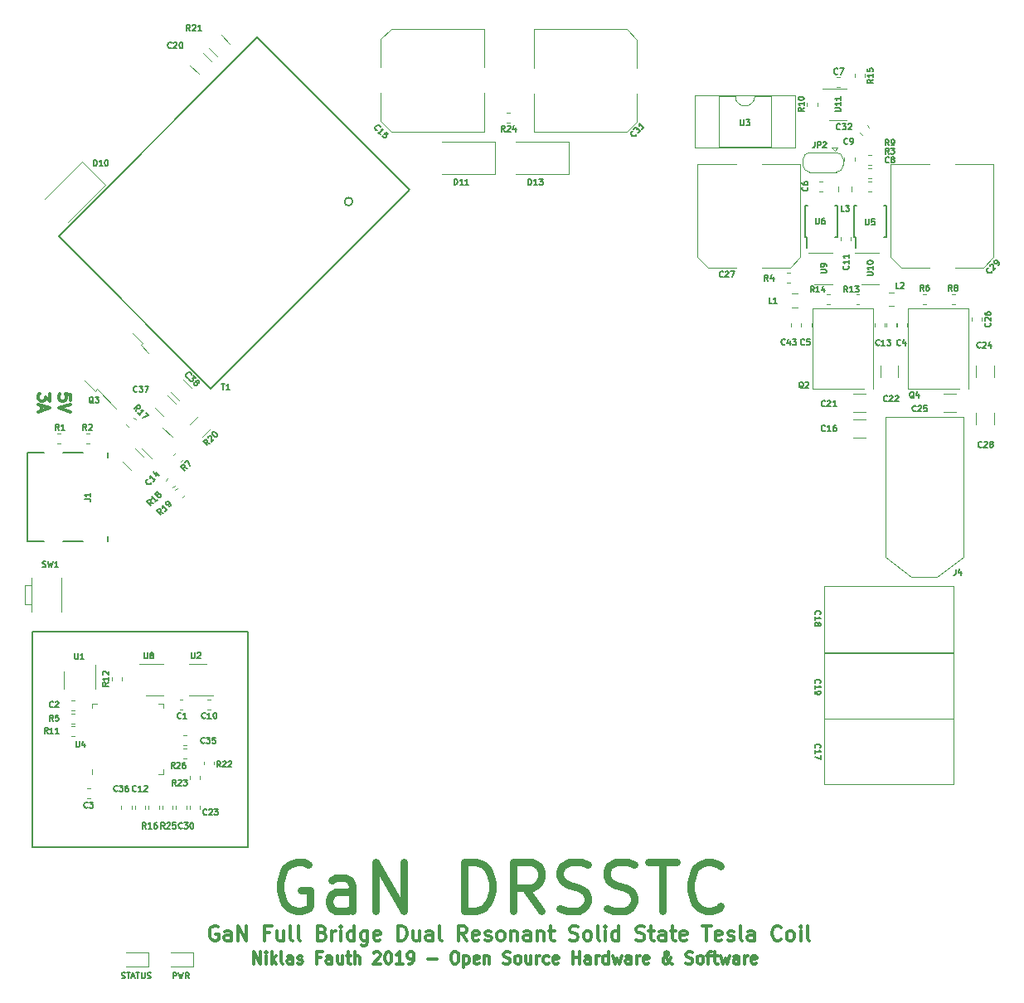
<source format=gto>
G04 #@! TF.GenerationSoftware,KiCad,Pcbnew,5.0.2-bee76a0~70~ubuntu18.04.1*
G04 #@! TF.CreationDate,2019-04-27T16:33:21+02:00*
G04 #@! TF.ProjectId,pcbtc,70636274-632e-46b6-9963-61645f706362,rev?*
G04 #@! TF.SameCoordinates,Original*
G04 #@! TF.FileFunction,Legend,Top*
G04 #@! TF.FilePolarity,Positive*
%FSLAX46Y46*%
G04 Gerber Fmt 4.6, Leading zero omitted, Abs format (unit mm)*
G04 Created by KiCad (PCBNEW 5.0.2-bee76a0~70~ubuntu18.04.1) date Sa 27 Apr 2019 16:33:21 CEST*
%MOMM*%
%LPD*%
G01*
G04 APERTURE LIST*
%ADD10C,0.800000*%
%ADD11C,0.300000*%
%ADD12C,0.150000*%
%ADD13C,0.120000*%
%ADD14C,0.100000*%
%ADD15C,0.127000*%
G04 APERTURE END LIST*
D10*
X129074142Y-117515000D02*
X128597952Y-117276904D01*
X127883666Y-117276904D01*
X127169380Y-117515000D01*
X126693190Y-117991190D01*
X126455095Y-118467380D01*
X126217000Y-119419761D01*
X126217000Y-120134047D01*
X126455095Y-121086428D01*
X126693190Y-121562619D01*
X127169380Y-122038809D01*
X127883666Y-122276904D01*
X128359857Y-122276904D01*
X129074142Y-122038809D01*
X129312238Y-121800714D01*
X129312238Y-120134047D01*
X128359857Y-120134047D01*
X133597952Y-122276904D02*
X133597952Y-119657857D01*
X133359857Y-119181666D01*
X132883666Y-118943571D01*
X131931285Y-118943571D01*
X131455095Y-119181666D01*
X133597952Y-122038809D02*
X133121761Y-122276904D01*
X131931285Y-122276904D01*
X131455095Y-122038809D01*
X131217000Y-121562619D01*
X131217000Y-121086428D01*
X131455095Y-120610238D01*
X131931285Y-120372142D01*
X133121761Y-120372142D01*
X133597952Y-120134047D01*
X135978904Y-122276904D02*
X135978904Y-117276904D01*
X138836047Y-122276904D01*
X138836047Y-117276904D01*
X145026523Y-122276904D02*
X145026523Y-117276904D01*
X146217000Y-117276904D01*
X146931285Y-117515000D01*
X147407476Y-117991190D01*
X147645571Y-118467380D01*
X147883666Y-119419761D01*
X147883666Y-120134047D01*
X147645571Y-121086428D01*
X147407476Y-121562619D01*
X146931285Y-122038809D01*
X146217000Y-122276904D01*
X145026523Y-122276904D01*
X152883666Y-122276904D02*
X151217000Y-119895952D01*
X150026523Y-122276904D02*
X150026523Y-117276904D01*
X151931285Y-117276904D01*
X152407476Y-117515000D01*
X152645571Y-117753095D01*
X152883666Y-118229285D01*
X152883666Y-118943571D01*
X152645571Y-119419761D01*
X152407476Y-119657857D01*
X151931285Y-119895952D01*
X150026523Y-119895952D01*
X154788428Y-122038809D02*
X155502714Y-122276904D01*
X156693190Y-122276904D01*
X157169380Y-122038809D01*
X157407476Y-121800714D01*
X157645571Y-121324523D01*
X157645571Y-120848333D01*
X157407476Y-120372142D01*
X157169380Y-120134047D01*
X156693190Y-119895952D01*
X155740809Y-119657857D01*
X155264619Y-119419761D01*
X155026523Y-119181666D01*
X154788428Y-118705476D01*
X154788428Y-118229285D01*
X155026523Y-117753095D01*
X155264619Y-117515000D01*
X155740809Y-117276904D01*
X156931285Y-117276904D01*
X157645571Y-117515000D01*
X159550333Y-122038809D02*
X160264619Y-122276904D01*
X161455095Y-122276904D01*
X161931285Y-122038809D01*
X162169380Y-121800714D01*
X162407476Y-121324523D01*
X162407476Y-120848333D01*
X162169380Y-120372142D01*
X161931285Y-120134047D01*
X161455095Y-119895952D01*
X160502714Y-119657857D01*
X160026523Y-119419761D01*
X159788428Y-119181666D01*
X159550333Y-118705476D01*
X159550333Y-118229285D01*
X159788428Y-117753095D01*
X160026523Y-117515000D01*
X160502714Y-117276904D01*
X161693190Y-117276904D01*
X162407476Y-117515000D01*
X163836047Y-117276904D02*
X166693190Y-117276904D01*
X165264619Y-122276904D02*
X165264619Y-117276904D01*
X171217000Y-121800714D02*
X170978904Y-122038809D01*
X170264619Y-122276904D01*
X169788428Y-122276904D01*
X169074142Y-122038809D01*
X168597952Y-121562619D01*
X168359857Y-121086428D01*
X168121761Y-120134047D01*
X168121761Y-119419761D01*
X168359857Y-118467380D01*
X168597952Y-117991190D01*
X169074142Y-117515000D01*
X169788428Y-117276904D01*
X170264619Y-117276904D01*
X170978904Y-117515000D01*
X171217000Y-117753095D01*
D11*
X123543714Y-127669857D02*
X123543714Y-126469857D01*
X124229428Y-127669857D01*
X124229428Y-126469857D01*
X124800857Y-127669857D02*
X124800857Y-126869857D01*
X124800857Y-126469857D02*
X124743714Y-126527000D01*
X124800857Y-126584142D01*
X124858000Y-126527000D01*
X124800857Y-126469857D01*
X124800857Y-126584142D01*
X125372285Y-127669857D02*
X125372285Y-126469857D01*
X125486571Y-127212714D02*
X125829428Y-127669857D01*
X125829428Y-126869857D02*
X125372285Y-127327000D01*
X126515142Y-127669857D02*
X126400857Y-127612714D01*
X126343714Y-127498428D01*
X126343714Y-126469857D01*
X127486571Y-127669857D02*
X127486571Y-127041285D01*
X127429428Y-126927000D01*
X127315142Y-126869857D01*
X127086571Y-126869857D01*
X126972285Y-126927000D01*
X127486571Y-127612714D02*
X127372285Y-127669857D01*
X127086571Y-127669857D01*
X126972285Y-127612714D01*
X126915142Y-127498428D01*
X126915142Y-127384142D01*
X126972285Y-127269857D01*
X127086571Y-127212714D01*
X127372285Y-127212714D01*
X127486571Y-127155571D01*
X128000857Y-127612714D02*
X128115142Y-127669857D01*
X128343714Y-127669857D01*
X128458000Y-127612714D01*
X128515142Y-127498428D01*
X128515142Y-127441285D01*
X128458000Y-127327000D01*
X128343714Y-127269857D01*
X128172285Y-127269857D01*
X128058000Y-127212714D01*
X128000857Y-127098428D01*
X128000857Y-127041285D01*
X128058000Y-126927000D01*
X128172285Y-126869857D01*
X128343714Y-126869857D01*
X128458000Y-126927000D01*
X130343714Y-127041285D02*
X129943714Y-127041285D01*
X129943714Y-127669857D02*
X129943714Y-126469857D01*
X130515142Y-126469857D01*
X131486571Y-127669857D02*
X131486571Y-127041285D01*
X131429428Y-126927000D01*
X131315142Y-126869857D01*
X131086571Y-126869857D01*
X130972285Y-126927000D01*
X131486571Y-127612714D02*
X131372285Y-127669857D01*
X131086571Y-127669857D01*
X130972285Y-127612714D01*
X130915142Y-127498428D01*
X130915142Y-127384142D01*
X130972285Y-127269857D01*
X131086571Y-127212714D01*
X131372285Y-127212714D01*
X131486571Y-127155571D01*
X132572285Y-126869857D02*
X132572285Y-127669857D01*
X132058000Y-126869857D02*
X132058000Y-127498428D01*
X132115142Y-127612714D01*
X132229428Y-127669857D01*
X132400857Y-127669857D01*
X132515142Y-127612714D01*
X132572285Y-127555571D01*
X132972285Y-126869857D02*
X133429428Y-126869857D01*
X133143714Y-126469857D02*
X133143714Y-127498428D01*
X133200857Y-127612714D01*
X133315142Y-127669857D01*
X133429428Y-127669857D01*
X133829428Y-127669857D02*
X133829428Y-126469857D01*
X134343714Y-127669857D02*
X134343714Y-127041285D01*
X134286571Y-126927000D01*
X134172285Y-126869857D01*
X134000857Y-126869857D01*
X133886571Y-126927000D01*
X133829428Y-126984142D01*
X135772285Y-126584142D02*
X135829428Y-126527000D01*
X135943714Y-126469857D01*
X136229428Y-126469857D01*
X136343714Y-126527000D01*
X136400857Y-126584142D01*
X136458000Y-126698428D01*
X136458000Y-126812714D01*
X136400857Y-126984142D01*
X135715142Y-127669857D01*
X136458000Y-127669857D01*
X137200857Y-126469857D02*
X137315142Y-126469857D01*
X137429428Y-126527000D01*
X137486571Y-126584142D01*
X137543714Y-126698428D01*
X137600857Y-126927000D01*
X137600857Y-127212714D01*
X137543714Y-127441285D01*
X137486571Y-127555571D01*
X137429428Y-127612714D01*
X137315142Y-127669857D01*
X137200857Y-127669857D01*
X137086571Y-127612714D01*
X137029428Y-127555571D01*
X136972285Y-127441285D01*
X136915142Y-127212714D01*
X136915142Y-126927000D01*
X136972285Y-126698428D01*
X137029428Y-126584142D01*
X137086571Y-126527000D01*
X137200857Y-126469857D01*
X138743714Y-127669857D02*
X138058000Y-127669857D01*
X138400857Y-127669857D02*
X138400857Y-126469857D01*
X138286571Y-126641285D01*
X138172285Y-126755571D01*
X138058000Y-126812714D01*
X139315142Y-127669857D02*
X139543714Y-127669857D01*
X139658000Y-127612714D01*
X139715142Y-127555571D01*
X139829428Y-127384142D01*
X139886571Y-127155571D01*
X139886571Y-126698428D01*
X139829428Y-126584142D01*
X139772285Y-126527000D01*
X139658000Y-126469857D01*
X139429428Y-126469857D01*
X139315142Y-126527000D01*
X139258000Y-126584142D01*
X139200857Y-126698428D01*
X139200857Y-126984142D01*
X139258000Y-127098428D01*
X139315142Y-127155571D01*
X139429428Y-127212714D01*
X139658000Y-127212714D01*
X139772285Y-127155571D01*
X139829428Y-127098428D01*
X139886571Y-126984142D01*
X141315142Y-127212714D02*
X142229428Y-127212714D01*
X143943714Y-126469857D02*
X144172285Y-126469857D01*
X144286571Y-126527000D01*
X144400857Y-126641285D01*
X144458000Y-126869857D01*
X144458000Y-127269857D01*
X144400857Y-127498428D01*
X144286571Y-127612714D01*
X144172285Y-127669857D01*
X143943714Y-127669857D01*
X143829428Y-127612714D01*
X143715142Y-127498428D01*
X143658000Y-127269857D01*
X143658000Y-126869857D01*
X143715142Y-126641285D01*
X143829428Y-126527000D01*
X143943714Y-126469857D01*
X144972285Y-126869857D02*
X144972285Y-128069857D01*
X144972285Y-126927000D02*
X145086571Y-126869857D01*
X145315142Y-126869857D01*
X145429428Y-126927000D01*
X145486571Y-126984142D01*
X145543714Y-127098428D01*
X145543714Y-127441285D01*
X145486571Y-127555571D01*
X145429428Y-127612714D01*
X145315142Y-127669857D01*
X145086571Y-127669857D01*
X144972285Y-127612714D01*
X146515142Y-127612714D02*
X146400857Y-127669857D01*
X146172285Y-127669857D01*
X146058000Y-127612714D01*
X146000857Y-127498428D01*
X146000857Y-127041285D01*
X146058000Y-126927000D01*
X146172285Y-126869857D01*
X146400857Y-126869857D01*
X146515142Y-126927000D01*
X146572285Y-127041285D01*
X146572285Y-127155571D01*
X146000857Y-127269857D01*
X147086571Y-126869857D02*
X147086571Y-127669857D01*
X147086571Y-126984142D02*
X147143714Y-126927000D01*
X147258000Y-126869857D01*
X147429428Y-126869857D01*
X147543714Y-126927000D01*
X147600857Y-127041285D01*
X147600857Y-127669857D01*
X149029428Y-127612714D02*
X149200857Y-127669857D01*
X149486571Y-127669857D01*
X149600857Y-127612714D01*
X149658000Y-127555571D01*
X149715142Y-127441285D01*
X149715142Y-127327000D01*
X149658000Y-127212714D01*
X149600857Y-127155571D01*
X149486571Y-127098428D01*
X149258000Y-127041285D01*
X149143714Y-126984142D01*
X149086571Y-126927000D01*
X149029428Y-126812714D01*
X149029428Y-126698428D01*
X149086571Y-126584142D01*
X149143714Y-126527000D01*
X149258000Y-126469857D01*
X149543714Y-126469857D01*
X149715142Y-126527000D01*
X150400857Y-127669857D02*
X150286571Y-127612714D01*
X150229428Y-127555571D01*
X150172285Y-127441285D01*
X150172285Y-127098428D01*
X150229428Y-126984142D01*
X150286571Y-126927000D01*
X150400857Y-126869857D01*
X150572285Y-126869857D01*
X150686571Y-126927000D01*
X150743714Y-126984142D01*
X150800857Y-127098428D01*
X150800857Y-127441285D01*
X150743714Y-127555571D01*
X150686571Y-127612714D01*
X150572285Y-127669857D01*
X150400857Y-127669857D01*
X151829428Y-126869857D02*
X151829428Y-127669857D01*
X151315142Y-126869857D02*
X151315142Y-127498428D01*
X151372285Y-127612714D01*
X151486571Y-127669857D01*
X151658000Y-127669857D01*
X151772285Y-127612714D01*
X151829428Y-127555571D01*
X152400857Y-127669857D02*
X152400857Y-126869857D01*
X152400857Y-127098428D02*
X152458000Y-126984142D01*
X152515142Y-126927000D01*
X152629428Y-126869857D01*
X152743714Y-126869857D01*
X153658000Y-127612714D02*
X153543714Y-127669857D01*
X153315142Y-127669857D01*
X153200857Y-127612714D01*
X153143714Y-127555571D01*
X153086571Y-127441285D01*
X153086571Y-127098428D01*
X153143714Y-126984142D01*
X153200857Y-126927000D01*
X153315142Y-126869857D01*
X153543714Y-126869857D01*
X153658000Y-126927000D01*
X154629428Y-127612714D02*
X154515142Y-127669857D01*
X154286571Y-127669857D01*
X154172285Y-127612714D01*
X154115142Y-127498428D01*
X154115142Y-127041285D01*
X154172285Y-126927000D01*
X154286571Y-126869857D01*
X154515142Y-126869857D01*
X154629428Y-126927000D01*
X154686571Y-127041285D01*
X154686571Y-127155571D01*
X154115142Y-127269857D01*
X156115142Y-127669857D02*
X156115142Y-126469857D01*
X156115142Y-127041285D02*
X156800857Y-127041285D01*
X156800857Y-127669857D02*
X156800857Y-126469857D01*
X157886571Y-127669857D02*
X157886571Y-127041285D01*
X157829428Y-126927000D01*
X157715142Y-126869857D01*
X157486571Y-126869857D01*
X157372285Y-126927000D01*
X157886571Y-127612714D02*
X157772285Y-127669857D01*
X157486571Y-127669857D01*
X157372285Y-127612714D01*
X157315142Y-127498428D01*
X157315142Y-127384142D01*
X157372285Y-127269857D01*
X157486571Y-127212714D01*
X157772285Y-127212714D01*
X157886571Y-127155571D01*
X158458000Y-127669857D02*
X158458000Y-126869857D01*
X158458000Y-127098428D02*
X158515142Y-126984142D01*
X158572285Y-126927000D01*
X158686571Y-126869857D01*
X158800857Y-126869857D01*
X159715142Y-127669857D02*
X159715142Y-126469857D01*
X159715142Y-127612714D02*
X159600857Y-127669857D01*
X159372285Y-127669857D01*
X159258000Y-127612714D01*
X159200857Y-127555571D01*
X159143714Y-127441285D01*
X159143714Y-127098428D01*
X159200857Y-126984142D01*
X159258000Y-126927000D01*
X159372285Y-126869857D01*
X159600857Y-126869857D01*
X159715142Y-126927000D01*
X160172285Y-126869857D02*
X160400857Y-127669857D01*
X160629428Y-127098428D01*
X160858000Y-127669857D01*
X161086571Y-126869857D01*
X162058000Y-127669857D02*
X162058000Y-127041285D01*
X162000857Y-126927000D01*
X161886571Y-126869857D01*
X161658000Y-126869857D01*
X161543714Y-126927000D01*
X162058000Y-127612714D02*
X161943714Y-127669857D01*
X161658000Y-127669857D01*
X161543714Y-127612714D01*
X161486571Y-127498428D01*
X161486571Y-127384142D01*
X161543714Y-127269857D01*
X161658000Y-127212714D01*
X161943714Y-127212714D01*
X162058000Y-127155571D01*
X162629428Y-127669857D02*
X162629428Y-126869857D01*
X162629428Y-127098428D02*
X162686571Y-126984142D01*
X162743714Y-126927000D01*
X162858000Y-126869857D01*
X162972285Y-126869857D01*
X163829428Y-127612714D02*
X163715142Y-127669857D01*
X163486571Y-127669857D01*
X163372285Y-127612714D01*
X163315142Y-127498428D01*
X163315142Y-127041285D01*
X163372285Y-126927000D01*
X163486571Y-126869857D01*
X163715142Y-126869857D01*
X163829428Y-126927000D01*
X163886571Y-127041285D01*
X163886571Y-127155571D01*
X163315142Y-127269857D01*
X166286571Y-127669857D02*
X166229428Y-127669857D01*
X166115142Y-127612714D01*
X165943714Y-127441285D01*
X165658000Y-127098428D01*
X165543714Y-126927000D01*
X165486571Y-126755571D01*
X165486571Y-126641285D01*
X165543714Y-126527000D01*
X165658000Y-126469857D01*
X165715142Y-126469857D01*
X165829428Y-126527000D01*
X165886571Y-126641285D01*
X165886571Y-126698428D01*
X165829428Y-126812714D01*
X165772285Y-126869857D01*
X165429428Y-127098428D01*
X165372285Y-127155571D01*
X165315142Y-127269857D01*
X165315142Y-127441285D01*
X165372285Y-127555571D01*
X165429428Y-127612714D01*
X165543714Y-127669857D01*
X165715142Y-127669857D01*
X165829428Y-127612714D01*
X165886571Y-127555571D01*
X166058000Y-127327000D01*
X166115142Y-127155571D01*
X166115142Y-127041285D01*
X167658000Y-127612714D02*
X167829428Y-127669857D01*
X168115142Y-127669857D01*
X168229428Y-127612714D01*
X168286571Y-127555571D01*
X168343714Y-127441285D01*
X168343714Y-127327000D01*
X168286571Y-127212714D01*
X168229428Y-127155571D01*
X168115142Y-127098428D01*
X167886571Y-127041285D01*
X167772285Y-126984142D01*
X167715142Y-126927000D01*
X167658000Y-126812714D01*
X167658000Y-126698428D01*
X167715142Y-126584142D01*
X167772285Y-126527000D01*
X167886571Y-126469857D01*
X168172285Y-126469857D01*
X168343714Y-126527000D01*
X169029428Y-127669857D02*
X168915142Y-127612714D01*
X168858000Y-127555571D01*
X168800857Y-127441285D01*
X168800857Y-127098428D01*
X168858000Y-126984142D01*
X168915142Y-126927000D01*
X169029428Y-126869857D01*
X169200857Y-126869857D01*
X169315142Y-126927000D01*
X169372285Y-126984142D01*
X169429428Y-127098428D01*
X169429428Y-127441285D01*
X169372285Y-127555571D01*
X169315142Y-127612714D01*
X169200857Y-127669857D01*
X169029428Y-127669857D01*
X169772285Y-126869857D02*
X170229428Y-126869857D01*
X169943714Y-127669857D02*
X169943714Y-126641285D01*
X170000857Y-126527000D01*
X170115142Y-126469857D01*
X170229428Y-126469857D01*
X170458000Y-126869857D02*
X170915142Y-126869857D01*
X170629428Y-126469857D02*
X170629428Y-127498428D01*
X170686571Y-127612714D01*
X170800857Y-127669857D01*
X170915142Y-127669857D01*
X171200857Y-126869857D02*
X171429428Y-127669857D01*
X171657999Y-127098428D01*
X171886571Y-127669857D01*
X172115142Y-126869857D01*
X173086571Y-127669857D02*
X173086571Y-127041285D01*
X173029428Y-126927000D01*
X172915142Y-126869857D01*
X172686571Y-126869857D01*
X172572285Y-126927000D01*
X173086571Y-127612714D02*
X172972285Y-127669857D01*
X172686571Y-127669857D01*
X172572285Y-127612714D01*
X172515142Y-127498428D01*
X172515142Y-127384142D01*
X172572285Y-127269857D01*
X172686571Y-127212714D01*
X172972285Y-127212714D01*
X173086571Y-127155571D01*
X173657999Y-127669857D02*
X173657999Y-126869857D01*
X173657999Y-127098428D02*
X173715142Y-126984142D01*
X173772285Y-126927000D01*
X173886571Y-126869857D01*
X174000857Y-126869857D01*
X174857999Y-127612714D02*
X174743714Y-127669857D01*
X174515142Y-127669857D01*
X174400857Y-127612714D01*
X174343714Y-127498428D01*
X174343714Y-127041285D01*
X174400857Y-126927000D01*
X174515142Y-126869857D01*
X174743714Y-126869857D01*
X174857999Y-126927000D01*
X174915142Y-127041285D01*
X174915142Y-127155571D01*
X174343714Y-127269857D01*
X119858000Y-123884000D02*
X119715142Y-123812571D01*
X119500857Y-123812571D01*
X119286571Y-123884000D01*
X119143714Y-124026857D01*
X119072285Y-124169714D01*
X119000857Y-124455428D01*
X119000857Y-124669714D01*
X119072285Y-124955428D01*
X119143714Y-125098285D01*
X119286571Y-125241142D01*
X119500857Y-125312571D01*
X119643714Y-125312571D01*
X119858000Y-125241142D01*
X119929428Y-125169714D01*
X119929428Y-124669714D01*
X119643714Y-124669714D01*
X121215142Y-125312571D02*
X121215142Y-124526857D01*
X121143714Y-124384000D01*
X121000857Y-124312571D01*
X120715142Y-124312571D01*
X120572285Y-124384000D01*
X121215142Y-125241142D02*
X121072285Y-125312571D01*
X120715142Y-125312571D01*
X120572285Y-125241142D01*
X120500857Y-125098285D01*
X120500857Y-124955428D01*
X120572285Y-124812571D01*
X120715142Y-124741142D01*
X121072285Y-124741142D01*
X121215142Y-124669714D01*
X121929428Y-125312571D02*
X121929428Y-123812571D01*
X122786571Y-125312571D01*
X122786571Y-123812571D01*
X125143714Y-124526857D02*
X124643714Y-124526857D01*
X124643714Y-125312571D02*
X124643714Y-123812571D01*
X125358000Y-123812571D01*
X126572285Y-124312571D02*
X126572285Y-125312571D01*
X125929428Y-124312571D02*
X125929428Y-125098285D01*
X126000857Y-125241142D01*
X126143714Y-125312571D01*
X126358000Y-125312571D01*
X126500857Y-125241142D01*
X126572285Y-125169714D01*
X127500857Y-125312571D02*
X127358000Y-125241142D01*
X127286571Y-125098285D01*
X127286571Y-123812571D01*
X128286571Y-125312571D02*
X128143714Y-125241142D01*
X128072285Y-125098285D01*
X128072285Y-123812571D01*
X130500857Y-124526857D02*
X130715142Y-124598285D01*
X130786571Y-124669714D01*
X130858000Y-124812571D01*
X130858000Y-125026857D01*
X130786571Y-125169714D01*
X130715142Y-125241142D01*
X130572285Y-125312571D01*
X130000857Y-125312571D01*
X130000857Y-123812571D01*
X130500857Y-123812571D01*
X130643714Y-123884000D01*
X130715142Y-123955428D01*
X130786571Y-124098285D01*
X130786571Y-124241142D01*
X130715142Y-124384000D01*
X130643714Y-124455428D01*
X130500857Y-124526857D01*
X130000857Y-124526857D01*
X131500857Y-125312571D02*
X131500857Y-124312571D01*
X131500857Y-124598285D02*
X131572285Y-124455428D01*
X131643714Y-124384000D01*
X131786571Y-124312571D01*
X131929428Y-124312571D01*
X132429428Y-125312571D02*
X132429428Y-124312571D01*
X132429428Y-123812571D02*
X132358000Y-123884000D01*
X132429428Y-123955428D01*
X132500857Y-123884000D01*
X132429428Y-123812571D01*
X132429428Y-123955428D01*
X133786571Y-125312571D02*
X133786571Y-123812571D01*
X133786571Y-125241142D02*
X133643714Y-125312571D01*
X133358000Y-125312571D01*
X133215142Y-125241142D01*
X133143714Y-125169714D01*
X133072285Y-125026857D01*
X133072285Y-124598285D01*
X133143714Y-124455428D01*
X133215142Y-124384000D01*
X133358000Y-124312571D01*
X133643714Y-124312571D01*
X133786571Y-124384000D01*
X135143714Y-124312571D02*
X135143714Y-125526857D01*
X135072285Y-125669714D01*
X135000857Y-125741142D01*
X134858000Y-125812571D01*
X134643714Y-125812571D01*
X134500857Y-125741142D01*
X135143714Y-125241142D02*
X135000857Y-125312571D01*
X134715142Y-125312571D01*
X134572285Y-125241142D01*
X134500857Y-125169714D01*
X134429428Y-125026857D01*
X134429428Y-124598285D01*
X134500857Y-124455428D01*
X134572285Y-124384000D01*
X134715142Y-124312571D01*
X135000857Y-124312571D01*
X135143714Y-124384000D01*
X136429428Y-125241142D02*
X136286571Y-125312571D01*
X136000857Y-125312571D01*
X135858000Y-125241142D01*
X135786571Y-125098285D01*
X135786571Y-124526857D01*
X135858000Y-124384000D01*
X136000857Y-124312571D01*
X136286571Y-124312571D01*
X136429428Y-124384000D01*
X136500857Y-124526857D01*
X136500857Y-124669714D01*
X135786571Y-124812571D01*
X138286571Y-125312571D02*
X138286571Y-123812571D01*
X138643714Y-123812571D01*
X138858000Y-123884000D01*
X139000857Y-124026857D01*
X139072285Y-124169714D01*
X139143714Y-124455428D01*
X139143714Y-124669714D01*
X139072285Y-124955428D01*
X139000857Y-125098285D01*
X138858000Y-125241142D01*
X138643714Y-125312571D01*
X138286571Y-125312571D01*
X140429428Y-124312571D02*
X140429428Y-125312571D01*
X139786571Y-124312571D02*
X139786571Y-125098285D01*
X139858000Y-125241142D01*
X140000857Y-125312571D01*
X140215142Y-125312571D01*
X140358000Y-125241142D01*
X140429428Y-125169714D01*
X141786571Y-125312571D02*
X141786571Y-124526857D01*
X141715142Y-124384000D01*
X141572285Y-124312571D01*
X141286571Y-124312571D01*
X141143714Y-124384000D01*
X141786571Y-125241142D02*
X141643714Y-125312571D01*
X141286571Y-125312571D01*
X141143714Y-125241142D01*
X141072285Y-125098285D01*
X141072285Y-124955428D01*
X141143714Y-124812571D01*
X141286571Y-124741142D01*
X141643714Y-124741142D01*
X141786571Y-124669714D01*
X142715142Y-125312571D02*
X142572285Y-125241142D01*
X142500857Y-125098285D01*
X142500857Y-123812571D01*
X145286571Y-125312571D02*
X144786571Y-124598285D01*
X144429428Y-125312571D02*
X144429428Y-123812571D01*
X145000857Y-123812571D01*
X145143714Y-123884000D01*
X145215142Y-123955428D01*
X145286571Y-124098285D01*
X145286571Y-124312571D01*
X145215142Y-124455428D01*
X145143714Y-124526857D01*
X145000857Y-124598285D01*
X144429428Y-124598285D01*
X146500857Y-125241142D02*
X146358000Y-125312571D01*
X146072285Y-125312571D01*
X145929428Y-125241142D01*
X145858000Y-125098285D01*
X145858000Y-124526857D01*
X145929428Y-124384000D01*
X146072285Y-124312571D01*
X146358000Y-124312571D01*
X146500857Y-124384000D01*
X146572285Y-124526857D01*
X146572285Y-124669714D01*
X145858000Y-124812571D01*
X147143714Y-125241142D02*
X147286571Y-125312571D01*
X147572285Y-125312571D01*
X147715142Y-125241142D01*
X147786571Y-125098285D01*
X147786571Y-125026857D01*
X147715142Y-124884000D01*
X147572285Y-124812571D01*
X147358000Y-124812571D01*
X147215142Y-124741142D01*
X147143714Y-124598285D01*
X147143714Y-124526857D01*
X147215142Y-124384000D01*
X147358000Y-124312571D01*
X147572285Y-124312571D01*
X147715142Y-124384000D01*
X148643714Y-125312571D02*
X148500857Y-125241142D01*
X148429428Y-125169714D01*
X148358000Y-125026857D01*
X148358000Y-124598285D01*
X148429428Y-124455428D01*
X148500857Y-124384000D01*
X148643714Y-124312571D01*
X148858000Y-124312571D01*
X149000857Y-124384000D01*
X149072285Y-124455428D01*
X149143714Y-124598285D01*
X149143714Y-125026857D01*
X149072285Y-125169714D01*
X149000857Y-125241142D01*
X148858000Y-125312571D01*
X148643714Y-125312571D01*
X149786571Y-124312571D02*
X149786571Y-125312571D01*
X149786571Y-124455428D02*
X149858000Y-124384000D01*
X150000857Y-124312571D01*
X150215142Y-124312571D01*
X150358000Y-124384000D01*
X150429428Y-124526857D01*
X150429428Y-125312571D01*
X151786571Y-125312571D02*
X151786571Y-124526857D01*
X151715142Y-124384000D01*
X151572285Y-124312571D01*
X151286571Y-124312571D01*
X151143714Y-124384000D01*
X151786571Y-125241142D02*
X151643714Y-125312571D01*
X151286571Y-125312571D01*
X151143714Y-125241142D01*
X151072285Y-125098285D01*
X151072285Y-124955428D01*
X151143714Y-124812571D01*
X151286571Y-124741142D01*
X151643714Y-124741142D01*
X151786571Y-124669714D01*
X152500857Y-124312571D02*
X152500857Y-125312571D01*
X152500857Y-124455428D02*
X152572285Y-124384000D01*
X152715142Y-124312571D01*
X152929428Y-124312571D01*
X153072285Y-124384000D01*
X153143714Y-124526857D01*
X153143714Y-125312571D01*
X153643714Y-124312571D02*
X154215142Y-124312571D01*
X153858000Y-123812571D02*
X153858000Y-125098285D01*
X153929428Y-125241142D01*
X154072285Y-125312571D01*
X154215142Y-125312571D01*
X155786571Y-125241142D02*
X156000857Y-125312571D01*
X156358000Y-125312571D01*
X156500857Y-125241142D01*
X156572285Y-125169714D01*
X156643714Y-125026857D01*
X156643714Y-124884000D01*
X156572285Y-124741142D01*
X156500857Y-124669714D01*
X156358000Y-124598285D01*
X156072285Y-124526857D01*
X155929428Y-124455428D01*
X155858000Y-124384000D01*
X155786571Y-124241142D01*
X155786571Y-124098285D01*
X155858000Y-123955428D01*
X155929428Y-123884000D01*
X156072285Y-123812571D01*
X156429428Y-123812571D01*
X156643714Y-123884000D01*
X157500857Y-125312571D02*
X157358000Y-125241142D01*
X157286571Y-125169714D01*
X157215142Y-125026857D01*
X157215142Y-124598285D01*
X157286571Y-124455428D01*
X157358000Y-124384000D01*
X157500857Y-124312571D01*
X157715142Y-124312571D01*
X157858000Y-124384000D01*
X157929428Y-124455428D01*
X158000857Y-124598285D01*
X158000857Y-125026857D01*
X157929428Y-125169714D01*
X157858000Y-125241142D01*
X157715142Y-125312571D01*
X157500857Y-125312571D01*
X158858000Y-125312571D02*
X158715142Y-125241142D01*
X158643714Y-125098285D01*
X158643714Y-123812571D01*
X159429428Y-125312571D02*
X159429428Y-124312571D01*
X159429428Y-123812571D02*
X159358000Y-123884000D01*
X159429428Y-123955428D01*
X159500857Y-123884000D01*
X159429428Y-123812571D01*
X159429428Y-123955428D01*
X160786571Y-125312571D02*
X160786571Y-123812571D01*
X160786571Y-125241142D02*
X160643714Y-125312571D01*
X160358000Y-125312571D01*
X160215142Y-125241142D01*
X160143714Y-125169714D01*
X160072285Y-125026857D01*
X160072285Y-124598285D01*
X160143714Y-124455428D01*
X160215142Y-124384000D01*
X160358000Y-124312571D01*
X160643714Y-124312571D01*
X160786571Y-124384000D01*
X162572285Y-125241142D02*
X162786571Y-125312571D01*
X163143714Y-125312571D01*
X163286571Y-125241142D01*
X163358000Y-125169714D01*
X163429428Y-125026857D01*
X163429428Y-124884000D01*
X163358000Y-124741142D01*
X163286571Y-124669714D01*
X163143714Y-124598285D01*
X162858000Y-124526857D01*
X162715142Y-124455428D01*
X162643714Y-124384000D01*
X162572285Y-124241142D01*
X162572285Y-124098285D01*
X162643714Y-123955428D01*
X162715142Y-123884000D01*
X162858000Y-123812571D01*
X163215142Y-123812571D01*
X163429428Y-123884000D01*
X163858000Y-124312571D02*
X164429428Y-124312571D01*
X164072285Y-123812571D02*
X164072285Y-125098285D01*
X164143714Y-125241142D01*
X164286571Y-125312571D01*
X164429428Y-125312571D01*
X165572285Y-125312571D02*
X165572285Y-124526857D01*
X165500857Y-124384000D01*
X165358000Y-124312571D01*
X165072285Y-124312571D01*
X164929428Y-124384000D01*
X165572285Y-125241142D02*
X165429428Y-125312571D01*
X165072285Y-125312571D01*
X164929428Y-125241142D01*
X164858000Y-125098285D01*
X164858000Y-124955428D01*
X164929428Y-124812571D01*
X165072285Y-124741142D01*
X165429428Y-124741142D01*
X165572285Y-124669714D01*
X166072285Y-124312571D02*
X166643714Y-124312571D01*
X166286571Y-123812571D02*
X166286571Y-125098285D01*
X166358000Y-125241142D01*
X166500857Y-125312571D01*
X166643714Y-125312571D01*
X167715142Y-125241142D02*
X167572285Y-125312571D01*
X167286571Y-125312571D01*
X167143714Y-125241142D01*
X167072285Y-125098285D01*
X167072285Y-124526857D01*
X167143714Y-124384000D01*
X167286571Y-124312571D01*
X167572285Y-124312571D01*
X167715142Y-124384000D01*
X167786571Y-124526857D01*
X167786571Y-124669714D01*
X167072285Y-124812571D01*
X169358000Y-123812571D02*
X170215142Y-123812571D01*
X169786571Y-125312571D02*
X169786571Y-123812571D01*
X171286571Y-125241142D02*
X171143714Y-125312571D01*
X170858000Y-125312571D01*
X170715142Y-125241142D01*
X170643714Y-125098285D01*
X170643714Y-124526857D01*
X170715142Y-124384000D01*
X170858000Y-124312571D01*
X171143714Y-124312571D01*
X171286571Y-124384000D01*
X171358000Y-124526857D01*
X171358000Y-124669714D01*
X170643714Y-124812571D01*
X171929428Y-125241142D02*
X172072285Y-125312571D01*
X172358000Y-125312571D01*
X172500857Y-125241142D01*
X172572285Y-125098285D01*
X172572285Y-125026857D01*
X172500857Y-124884000D01*
X172358000Y-124812571D01*
X172143714Y-124812571D01*
X172000857Y-124741142D01*
X171929428Y-124598285D01*
X171929428Y-124526857D01*
X172000857Y-124384000D01*
X172143714Y-124312571D01*
X172358000Y-124312571D01*
X172500857Y-124384000D01*
X173429428Y-125312571D02*
X173286571Y-125241142D01*
X173215142Y-125098285D01*
X173215142Y-123812571D01*
X174643714Y-125312571D02*
X174643714Y-124526857D01*
X174572285Y-124384000D01*
X174429428Y-124312571D01*
X174143714Y-124312571D01*
X174000857Y-124384000D01*
X174643714Y-125241142D02*
X174500857Y-125312571D01*
X174143714Y-125312571D01*
X174000857Y-125241142D01*
X173929428Y-125098285D01*
X173929428Y-124955428D01*
X174000857Y-124812571D01*
X174143714Y-124741142D01*
X174500857Y-124741142D01*
X174643714Y-124669714D01*
X177358000Y-125169714D02*
X177286571Y-125241142D01*
X177072285Y-125312571D01*
X176929428Y-125312571D01*
X176715142Y-125241142D01*
X176572285Y-125098285D01*
X176500857Y-124955428D01*
X176429428Y-124669714D01*
X176429428Y-124455428D01*
X176500857Y-124169714D01*
X176572285Y-124026857D01*
X176715142Y-123884000D01*
X176929428Y-123812571D01*
X177072285Y-123812571D01*
X177286571Y-123884000D01*
X177358000Y-123955428D01*
X178215142Y-125312571D02*
X178072285Y-125241142D01*
X178000857Y-125169714D01*
X177929428Y-125026857D01*
X177929428Y-124598285D01*
X178000857Y-124455428D01*
X178072285Y-124384000D01*
X178215142Y-124312571D01*
X178429428Y-124312571D01*
X178572285Y-124384000D01*
X178643714Y-124455428D01*
X178715142Y-124598285D01*
X178715142Y-125026857D01*
X178643714Y-125169714D01*
X178572285Y-125241142D01*
X178429428Y-125312571D01*
X178215142Y-125312571D01*
X179358000Y-125312571D02*
X179358000Y-124312571D01*
X179358000Y-123812571D02*
X179286571Y-123884000D01*
X179358000Y-123955428D01*
X179429428Y-123884000D01*
X179358000Y-123812571D01*
X179358000Y-123955428D01*
X180286571Y-125312571D02*
X180143714Y-125241142D01*
X180072285Y-125098285D01*
X180072285Y-123812571D01*
X104831142Y-70129428D02*
X104831142Y-69558000D01*
X104259714Y-69500857D01*
X104316857Y-69558000D01*
X104374000Y-69672285D01*
X104374000Y-69958000D01*
X104316857Y-70072285D01*
X104259714Y-70129428D01*
X104145428Y-70186571D01*
X103859714Y-70186571D01*
X103745428Y-70129428D01*
X103688285Y-70072285D01*
X103631142Y-69958000D01*
X103631142Y-69672285D01*
X103688285Y-69558000D01*
X103745428Y-69500857D01*
X104831142Y-70529428D02*
X103631142Y-70929428D01*
X104831142Y-71329428D01*
X102731142Y-69443714D02*
X102731142Y-70186571D01*
X102274000Y-69786571D01*
X102274000Y-69958000D01*
X102216857Y-70072285D01*
X102159714Y-70129428D01*
X102045428Y-70186571D01*
X101759714Y-70186571D01*
X101645428Y-70129428D01*
X101588285Y-70072285D01*
X101531142Y-69958000D01*
X101531142Y-69615142D01*
X101588285Y-69500857D01*
X101645428Y-69443714D01*
X101874000Y-70643714D02*
X101874000Y-71215142D01*
X101531142Y-70529428D02*
X102731142Y-70929428D01*
X101531142Y-71329428D01*
D12*
X122904800Y-93800000D02*
X122904800Y-115800000D01*
X100904800Y-115800000D02*
X100904800Y-93800000D01*
X122904800Y-115800000D02*
X100904800Y-115800000D01*
X100904800Y-93800000D02*
X122904800Y-93800000D01*
D13*
G04 #@! TO.C,JP2*
X182860800Y-44621600D02*
X182560800Y-44321600D01*
X183160800Y-44321600D02*
X182560800Y-44321600D01*
X182860800Y-44621600D02*
X183160800Y-44321600D01*
X183710800Y-45521600D02*
X183710800Y-46121600D01*
X180260800Y-44821600D02*
X183060800Y-44821600D01*
X179610800Y-46121600D02*
X179610800Y-45521600D01*
X183060800Y-46821600D02*
X180260800Y-46821600D01*
X180310800Y-46821600D02*
G75*
G02X179610800Y-46121600I0J700000D01*
G01*
X179610800Y-45521600D02*
G75*
G02X180310800Y-44821600I700000J0D01*
G01*
X183010800Y-44821600D02*
G75*
G02X183710800Y-45521600I0J-700000D01*
G01*
X183710800Y-46121600D02*
G75*
G02X183010800Y-46821600I-700000J0D01*
G01*
G04 #@! TO.C,C44*
X189160000Y-62562779D02*
X189160000Y-62237221D01*
X188140000Y-62562779D02*
X188140000Y-62237221D01*
G04 #@! TO.C,C43*
X179410000Y-62237221D02*
X179410000Y-62562779D01*
X178390000Y-62237221D02*
X178390000Y-62562779D01*
G04 #@! TO.C,C32*
X186145522Y-42064273D02*
X186375727Y-42294478D01*
X185424273Y-42785522D02*
X185654478Y-43015727D01*
G04 #@! TO.C,R7*
X116295727Y-76175522D02*
X116065522Y-76405727D01*
X115574478Y-75454273D02*
X115344273Y-75684478D01*
G04 #@! TO.C,R17*
X110514273Y-72605522D02*
X110744478Y-72835727D01*
X111235522Y-71884273D02*
X111465727Y-72114478D01*
G04 #@! TO.C,R15*
X185920000Y-36817221D02*
X185920000Y-37142779D01*
X184900000Y-36817221D02*
X184900000Y-37142779D01*
G04 #@! TO.C,PWR*
X115024000Y-127989000D02*
X117309000Y-127989000D01*
X117309000Y-127989000D02*
X117309000Y-126519000D01*
X117309000Y-126519000D02*
X115024000Y-126519000D01*
G04 #@! TO.C,STATUS*
X112737000Y-126519000D02*
X110452000Y-126519000D01*
X112737000Y-127989000D02*
X112737000Y-126519000D01*
X110452000Y-127989000D02*
X112737000Y-127989000D01*
G04 #@! TO.C,U10*
X187377200Y-55052000D02*
X184927200Y-55052000D01*
X185577200Y-58272000D02*
X187377200Y-58272000D01*
G04 #@! TO.C,R12*
X109009720Y-98740179D02*
X109009720Y-98414621D01*
X110029720Y-98740179D02*
X110029720Y-98414621D01*
G04 #@! TO.C,C2*
X105217179Y-101805200D02*
X104891621Y-101805200D01*
X105217179Y-100785200D02*
X104891621Y-100785200D01*
G04 #@! TO.C,C15*
X136495600Y-41640563D02*
X137560037Y-42705000D01*
X136495600Y-33249437D02*
X137560037Y-32185000D01*
X136495600Y-33249437D02*
X136495600Y-36135000D01*
X136495600Y-41640563D02*
X136495600Y-38755000D01*
X137560037Y-42705000D02*
X147015600Y-42705000D01*
X137560037Y-32185000D02*
X147015600Y-32185000D01*
X147015600Y-32185000D02*
X147015600Y-36135000D01*
X147015600Y-42705000D02*
X147015600Y-38755000D01*
D12*
G04 #@! TO.C,J1*
X108577000Y-84010000D02*
X108577000Y-84510000D01*
X108577000Y-75510000D02*
X108577000Y-76010000D01*
X106077000Y-75510000D02*
X104077000Y-75510000D01*
X104077000Y-84510000D02*
X106077000Y-84510000D01*
X102077000Y-84510000D02*
X100382000Y-84510000D01*
X100382000Y-75510000D02*
X102077000Y-75510000D01*
X100382000Y-84510000D02*
X100382000Y-75510000D01*
D13*
G04 #@! TO.C,C11*
X183487600Y-53807579D02*
X183487600Y-53482021D01*
X184507600Y-53807579D02*
X184507600Y-53482021D01*
G04 #@! TO.C,C6*
X181294821Y-48770000D02*
X181620379Y-48770000D01*
X181294821Y-47750000D02*
X181620379Y-47750000D01*
G04 #@! TO.C,C8*
X186273221Y-47800800D02*
X186598779Y-47800800D01*
X186273221Y-48820800D02*
X186598779Y-48820800D01*
G04 #@! TO.C,R14*
X182362779Y-59290000D02*
X182037221Y-59290000D01*
X182362779Y-60310000D02*
X182037221Y-60310000D01*
G04 #@! TO.C,R13*
X185037221Y-59290000D02*
X185362779Y-59290000D01*
X185037221Y-60310000D02*
X185362779Y-60310000D01*
G04 #@! TO.C,R8*
X194837221Y-60310000D02*
X195162779Y-60310000D01*
X194837221Y-59290000D02*
X195162779Y-59290000D01*
G04 #@! TO.C,R6*
X192175278Y-60310000D02*
X191849720Y-60310000D01*
X192175278Y-59290000D02*
X191849720Y-59290000D01*
G04 #@! TO.C,C7*
X183398379Y-38160000D02*
X183072821Y-38160000D01*
X183398379Y-37140000D02*
X183072821Y-37140000D01*
G04 #@! TO.C,C9*
X184863200Y-45679579D02*
X184863200Y-45354021D01*
X183843200Y-45679579D02*
X183843200Y-45354021D01*
G04 #@! TO.C,C10*
X119136379Y-101703600D02*
X118810821Y-101703600D01*
X119136379Y-100683600D02*
X118810821Y-100683600D01*
G04 #@! TO.C,U3*
X174685200Y-39056000D02*
G75*
G02X172685200Y-39056000I-1000000J0D01*
G01*
X172685200Y-39056000D02*
X171035200Y-39056000D01*
X171035200Y-39056000D02*
X171035200Y-44256000D01*
X171035200Y-44256000D02*
X176335200Y-44256000D01*
X176335200Y-44256000D02*
X176335200Y-39056000D01*
X176335200Y-39056000D02*
X174685200Y-39056000D01*
X168545200Y-38996000D02*
X168545200Y-44316000D01*
X168545200Y-44316000D02*
X178825200Y-44316000D01*
X178825200Y-44316000D02*
X178825200Y-38996000D01*
X178825200Y-38996000D02*
X168545200Y-38996000D01*
D12*
G04 #@! TO.C,U5*
X184852200Y-53487000D02*
X184977200Y-53487000D01*
X184852200Y-50237000D02*
X185077200Y-50237000D01*
X188102200Y-50237000D02*
X187877200Y-50237000D01*
X188102200Y-53487000D02*
X187877200Y-53487000D01*
X184852200Y-53487000D02*
X184852200Y-50237000D01*
X188102200Y-53487000D02*
X188102200Y-50237000D01*
X184977200Y-53487000D02*
X184977200Y-54562000D01*
G04 #@! TO.C,U6*
X179852200Y-53487000D02*
X179977200Y-53487000D01*
X179852200Y-50237000D02*
X180077200Y-50237000D01*
X183102200Y-50237000D02*
X182877200Y-50237000D01*
X183102200Y-53487000D02*
X182877200Y-53487000D01*
X179852200Y-53487000D02*
X179852200Y-50237000D01*
X183102200Y-53487000D02*
X183102200Y-50237000D01*
X179977200Y-53487000D02*
X179977200Y-54562000D01*
D13*
G04 #@! TO.C,U9*
X180777200Y-58272000D02*
X182577200Y-58272000D01*
X182577200Y-55052000D02*
X180127200Y-55052000D01*
G04 #@! TO.C,U11*
X182284800Y-41538800D02*
X184084800Y-41538800D01*
X184084800Y-38318800D02*
X181634800Y-38318800D01*
G04 #@! TO.C,R3*
X186273221Y-46429200D02*
X186598779Y-46429200D01*
X186273221Y-47449200D02*
X186598779Y-47449200D01*
G04 #@! TO.C,R5*
X104891621Y-104446800D02*
X105217179Y-104446800D01*
X104891621Y-103426800D02*
X105217179Y-103426800D01*
G04 #@! TO.C,R9*
X186273221Y-46077600D02*
X186598779Y-46077600D01*
X186273221Y-45057600D02*
X186598779Y-45057600D01*
G04 #@! TO.C,R10*
X181053200Y-40040779D02*
X181053200Y-39715221D01*
X180033200Y-40040779D02*
X180033200Y-39715221D01*
G04 #@! TO.C,R24*
X149705279Y-41759600D02*
X149379721Y-41759600D01*
X149705279Y-40739600D02*
X149379721Y-40739600D01*
D14*
G04 #@! TO.C,J4*
X196000000Y-76550000D02*
X196000000Y-80750000D01*
X188000000Y-76250000D02*
X188000000Y-80650000D01*
X192000000Y-71850000D02*
X194400000Y-71850000D01*
X191900000Y-88150000D02*
X192200000Y-88150000D01*
X188000000Y-80650000D02*
X188000000Y-83750000D01*
X188000000Y-83750000D02*
X188000000Y-86150000D01*
X196000000Y-80750000D02*
X196000000Y-83750000D01*
X196000000Y-83750000D02*
X196000000Y-86150000D01*
X192000000Y-88150000D02*
X190750000Y-88150000D01*
X192000000Y-88150000D02*
X193250000Y-88150000D01*
X188000000Y-86150000D02*
X190700000Y-88150000D01*
X196000000Y-86150000D02*
X193300000Y-88150000D01*
X188000000Y-71850000D02*
X192000000Y-71850000D01*
X188000000Y-71950000D02*
X188000000Y-71850000D01*
X188000000Y-72050000D02*
X188000000Y-71950000D01*
X188000000Y-76250000D02*
X188000000Y-72050000D01*
X196000000Y-71850000D02*
X194400000Y-71850000D01*
X196000000Y-76550000D02*
X196000000Y-71850000D01*
D13*
G04 #@! TO.C,D13*
X155673000Y-47014400D02*
X155673000Y-43714400D01*
X155673000Y-43714400D02*
X150273000Y-43714400D01*
X155673000Y-47014400D02*
X150273000Y-47014400D01*
G04 #@! TO.C,L3*
X184606000Y-48255422D02*
X184606000Y-48772578D01*
X183186000Y-48255422D02*
X183186000Y-48772578D01*
G04 #@! TO.C,L1*
X179023778Y-60654000D02*
X178506622Y-60654000D01*
X179023778Y-59234000D02*
X178506622Y-59234000D01*
G04 #@! TO.C,L2*
X188858578Y-59090000D02*
X188341422Y-59090000D01*
X188858578Y-60510000D02*
X188341422Y-60510000D01*
G04 #@! TO.C,U4*
X107039300Y-101566000D02*
X107039300Y-101091000D01*
X107039300Y-101091000D02*
X107514300Y-101091000D01*
X114259300Y-107836000D02*
X114259300Y-108311000D01*
X114259300Y-108311000D02*
X113784300Y-108311000D01*
X114259300Y-101566000D02*
X114259300Y-101091000D01*
X114259300Y-101091000D02*
X113784300Y-101091000D01*
X107039300Y-107836000D02*
X107039300Y-108311000D01*
G04 #@! TO.C,R22*
X119477800Y-107014721D02*
X119477800Y-107340279D01*
X118457800Y-107014721D02*
X118457800Y-107340279D01*
G04 #@! TO.C,C27*
X179351600Y-46048000D02*
X175401600Y-46048000D01*
X168831600Y-46048000D02*
X172781600Y-46048000D01*
X168831600Y-55503563D02*
X168831600Y-46048000D01*
X179351600Y-55503563D02*
X179351600Y-46048000D01*
X178287163Y-56568000D02*
X175401600Y-56568000D01*
X169896037Y-56568000D02*
X172781600Y-56568000D01*
X169896037Y-56568000D02*
X168831600Y-55503563D01*
X178287163Y-56568000D02*
X179351600Y-55503563D01*
G04 #@! TO.C,C31*
X152132900Y-32210800D02*
X152132900Y-36160800D01*
X152132900Y-42730800D02*
X152132900Y-38780800D01*
X161588463Y-42730800D02*
X152132900Y-42730800D01*
X161588463Y-32210800D02*
X152132900Y-32210800D01*
X162652900Y-33275237D02*
X162652900Y-36160800D01*
X162652900Y-41666363D02*
X162652900Y-38780800D01*
X162652900Y-41666363D02*
X161588463Y-42730800D01*
X162652900Y-33275237D02*
X161588463Y-32210800D01*
G04 #@! TO.C,C29*
X199062000Y-46048000D02*
X195112000Y-46048000D01*
X188542000Y-46048000D02*
X192492000Y-46048000D01*
X188542000Y-55503563D02*
X188542000Y-46048000D01*
X199062000Y-55503563D02*
X199062000Y-46048000D01*
X197997563Y-56568000D02*
X195112000Y-56568000D01*
X189606437Y-56568000D02*
X192492000Y-56568000D01*
X189606437Y-56568000D02*
X188542000Y-55503563D01*
X197997563Y-56568000D02*
X199062000Y-55503563D01*
D15*
G04 #@! TO.C,T1*
X139412019Y-48620232D02*
X119120232Y-68912019D01*
X123879768Y-33087981D02*
X103587981Y-53379768D01*
X119120232Y-68912019D02*
X103587981Y-53379768D01*
X139412019Y-48620232D02*
X123879768Y-33087981D01*
X133612754Y-49834363D02*
G75*
G03X133612754Y-49834363I-411480J0D01*
G01*
D13*
G04 #@! TO.C,C18*
X194996800Y-95878800D02*
X181756800Y-95878800D01*
X194996800Y-89138800D02*
X181756800Y-89138800D01*
X194996800Y-95878800D02*
X194996800Y-89138800D01*
X181756800Y-95878800D02*
X181756800Y-89138800D01*
G04 #@! TO.C,C17*
X181756801Y-109378800D02*
X181756801Y-102638800D01*
X194996801Y-109378800D02*
X194996801Y-102638800D01*
X194996801Y-102638800D02*
X181756801Y-102638800D01*
X194996801Y-109378800D02*
X181756801Y-109378800D01*
G04 #@! TO.C,C19*
X181756800Y-102678800D02*
X181756800Y-95938800D01*
X194996800Y-102678800D02*
X194996800Y-95938800D01*
X194996800Y-95938800D02*
X181756800Y-95938800D01*
X194996800Y-102678800D02*
X181756800Y-102678800D01*
G04 #@! TO.C,R21*
X119797256Y-34978191D02*
X118945809Y-34126744D01*
X121084191Y-33691256D02*
X120232744Y-32839809D01*
G04 #@! TO.C,C38*
X117200951Y-68868532D02*
X116349504Y-68017085D01*
X115914016Y-70155467D02*
X115062569Y-69304020D01*
G04 #@! TO.C,C37*
X114294742Y-71774742D02*
X113443295Y-70923295D01*
X115581677Y-70487807D02*
X114730230Y-69636360D01*
G04 #@! TO.C,R1*
X103794779Y-73531000D02*
X103469221Y-73531000D01*
X103794779Y-74551000D02*
X103469221Y-74551000D01*
G04 #@! TO.C,R2*
X106390221Y-73531000D02*
X106715779Y-73531000D01*
X106390221Y-74551000D02*
X106715779Y-74551000D01*
G04 #@! TO.C,C30*
X115600300Y-111523221D02*
X115600300Y-111848779D01*
X116620300Y-111523221D02*
X116620300Y-111848779D01*
G04 #@! TO.C,C23*
X118017300Y-111523221D02*
X118017300Y-111848779D01*
X116997300Y-111523221D02*
X116997300Y-111848779D01*
G04 #@! TO.C,C35*
X116341221Y-105338000D02*
X116666779Y-105338000D01*
X116341221Y-104318000D02*
X116666779Y-104318000D01*
G04 #@! TO.C,C36*
X111032300Y-111523221D02*
X111032300Y-111848779D01*
X110012300Y-111523221D02*
X110012300Y-111848779D01*
G04 #@! TO.C,R26*
X116341221Y-105715000D02*
X116666779Y-105715000D01*
X116341221Y-106735000D02*
X116666779Y-106735000D01*
G04 #@! TO.C,SW1*
X100812000Y-90950000D02*
X100162000Y-90950000D01*
X100162000Y-90950000D02*
X100162000Y-89050000D01*
X100162000Y-89050000D02*
X100812000Y-89050000D01*
X103912000Y-88250000D02*
X103912000Y-91750000D01*
X100812000Y-91750000D02*
X100812000Y-88250000D01*
G04 #@! TO.C,C5*
X180460000Y-62237221D02*
X180460000Y-62562779D01*
X179440000Y-62237221D02*
X179440000Y-62562779D01*
G04 #@! TO.C,C3*
X106811579Y-109779000D02*
X106486021Y-109779000D01*
X106811579Y-110799000D02*
X106486021Y-110799000D01*
G04 #@! TO.C,C26*
X197868000Y-61986379D02*
X197868000Y-61660821D01*
X196848000Y-61986379D02*
X196848000Y-61660821D01*
G04 #@! TO.C,C12*
X111409300Y-111523221D02*
X111409300Y-111848779D01*
X112429300Y-111523221D02*
X112429300Y-111848779D01*
G04 #@! TO.C,C13*
X187960000Y-62562779D02*
X187960000Y-62237221D01*
X186940000Y-62562779D02*
X186940000Y-62237221D01*
G04 #@! TO.C,C1*
X115942021Y-101710000D02*
X116267579Y-101710000D01*
X115942021Y-100690000D02*
X116267579Y-100690000D01*
G04 #@! TO.C,C4*
X189190000Y-62562779D02*
X189190000Y-62237221D01*
X190210000Y-62562779D02*
X190210000Y-62237221D01*
G04 #@! TO.C,C21*
X185960864Y-71310000D02*
X184756736Y-71310000D01*
X185960864Y-69490000D02*
X184756736Y-69490000D01*
G04 #@! TO.C,C25*
X195202064Y-69490000D02*
X193997936Y-69490000D01*
X195202064Y-71310000D02*
X193997936Y-71310000D01*
G04 #@! TO.C,C24*
X197290000Y-67802064D02*
X197290000Y-66597936D01*
X199110000Y-67802064D02*
X199110000Y-66597936D01*
G04 #@! TO.C,C22*
X189310000Y-67802064D02*
X189310000Y-66597936D01*
X187490000Y-67802064D02*
X187490000Y-66597936D01*
G04 #@! TO.C,C20*
X119179191Y-35532756D02*
X118327744Y-34681309D01*
X117892256Y-36819691D02*
X117040809Y-35968244D01*
G04 #@! TO.C,C28*
X197290000Y-71397936D02*
X197290000Y-72602064D01*
X199110000Y-71397936D02*
X199110000Y-72602064D01*
G04 #@! TO.C,C16*
X185960864Y-73910000D02*
X184756736Y-73910000D01*
X185960864Y-72090000D02*
X184756736Y-72090000D01*
G04 #@! TO.C,C14*
X110983456Y-77218391D02*
X110132009Y-76366944D01*
X112270391Y-75931456D02*
X111418944Y-75080009D01*
G04 #@! TO.C,D10*
X108345889Y-48102063D02*
X104527513Y-51920440D01*
X106012437Y-45768611D02*
X102194060Y-49586987D01*
X108345889Y-48102063D02*
X106012437Y-45768611D01*
G04 #@! TO.C,D11*
X148116500Y-46989000D02*
X148116500Y-43689000D01*
X148116500Y-43689000D02*
X142716500Y-43689000D01*
X148116500Y-46989000D02*
X142716500Y-46989000D01*
G04 #@! TO.C,Q2*
X186801600Y-60740800D02*
X186801600Y-68960800D01*
X180581600Y-60740800D02*
X186801600Y-60740800D01*
X180581600Y-68960800D02*
X180581600Y-60740800D01*
X185801600Y-68960800D02*
X180581600Y-68960800D01*
G04 #@! TO.C,Q4*
X195533270Y-68936246D02*
X190313270Y-68936246D01*
X190313270Y-68936246D02*
X190313270Y-60716246D01*
X190313270Y-60716246D02*
X196533270Y-60716246D01*
X196533270Y-60716246D02*
X196533270Y-68936246D01*
G04 #@! TO.C,U2*
X116924800Y-100278500D02*
X119374800Y-100278500D01*
X118724800Y-97058500D02*
X116924800Y-97058500D01*
G04 #@! TO.C,U8*
X112485600Y-100314400D02*
X114285600Y-100314400D01*
X114285600Y-97094400D02*
X111835600Y-97094400D01*
G04 #@! TO.C,U1*
X104094800Y-97800000D02*
X104094800Y-99600000D01*
X107314800Y-99600000D02*
X107314800Y-97150000D01*
G04 #@! TO.C,Q3*
X106246375Y-68125412D02*
X107307035Y-69186072D01*
X107307035Y-69186072D02*
X107497954Y-68995153D01*
X107497954Y-68995153D02*
X109499066Y-70996266D01*
X111125412Y-63246375D02*
X112186072Y-64307035D01*
X112186072Y-64307035D02*
X111995153Y-64497954D01*
X111995153Y-64497954D02*
X112772971Y-65275772D01*
G04 #@! TO.C,R16*
X112806300Y-111523221D02*
X112806300Y-111848779D01*
X113826300Y-111523221D02*
X113826300Y-111848779D01*
G04 #@! TO.C,R11*
X105217179Y-102106000D02*
X104891621Y-102106000D01*
X105217179Y-103126000D02*
X104891621Y-103126000D01*
G04 #@! TO.C,R18*
X115235522Y-79055727D02*
X115465727Y-78825522D01*
X114514273Y-78334478D02*
X114744478Y-78104273D01*
G04 #@! TO.C,R19*
X115500673Y-79307278D02*
X115730878Y-79077073D01*
X116221922Y-80028527D02*
X116452127Y-79798322D01*
G04 #@! TO.C,R23*
X118010400Y-108823979D02*
X118010400Y-108498421D01*
X116990400Y-108823979D02*
X116990400Y-108498421D01*
G04 #@! TO.C,R25*
X114203300Y-111523221D02*
X114203300Y-111848779D01*
X115223300Y-111523221D02*
X115223300Y-111848779D01*
G04 #@! TO.C,R4*
X178280279Y-58117200D02*
X177954721Y-58117200D01*
X178280279Y-57097200D02*
X177954721Y-57097200D01*
G04 #@! TO.C,R20*
X116977309Y-72616756D02*
X117828756Y-71765309D01*
X118264244Y-73903691D02*
X119115691Y-73052244D01*
G04 #@! TO.C,U7*
X112095223Y-75065328D02*
X113085172Y-76055277D01*
X114244828Y-72915723D02*
X115234777Y-73905672D01*
G04 #@! TO.C,JP2*
D12*
X180800000Y-43721428D02*
X180800000Y-44150000D01*
X180771428Y-44235714D01*
X180714285Y-44292857D01*
X180628571Y-44321428D01*
X180571428Y-44321428D01*
X181085714Y-44321428D02*
X181085714Y-43721428D01*
X181314285Y-43721428D01*
X181371428Y-43750000D01*
X181400000Y-43778571D01*
X181428571Y-43835714D01*
X181428571Y-43921428D01*
X181400000Y-43978571D01*
X181371428Y-44007142D01*
X181314285Y-44035714D01*
X181085714Y-44035714D01*
X181657142Y-43778571D02*
X181685714Y-43750000D01*
X181742857Y-43721428D01*
X181885714Y-43721428D01*
X181942857Y-43750000D01*
X181971428Y-43778571D01*
X182000000Y-43835714D01*
X182000000Y-43892857D01*
X181971428Y-43978571D01*
X181628571Y-44321428D01*
X182000000Y-44321428D01*
G04 #@! TO.C,C43*
X177764285Y-64414285D02*
X177735714Y-64442857D01*
X177650000Y-64471428D01*
X177592857Y-64471428D01*
X177507142Y-64442857D01*
X177450000Y-64385714D01*
X177421428Y-64328571D01*
X177392857Y-64214285D01*
X177392857Y-64128571D01*
X177421428Y-64014285D01*
X177450000Y-63957142D01*
X177507142Y-63900000D01*
X177592857Y-63871428D01*
X177650000Y-63871428D01*
X177735714Y-63900000D01*
X177764285Y-63928571D01*
X178278571Y-64071428D02*
X178278571Y-64471428D01*
X178135714Y-63842857D02*
X177992857Y-64271428D01*
X178364285Y-64271428D01*
X178535714Y-63871428D02*
X178907142Y-63871428D01*
X178707142Y-64100000D01*
X178792857Y-64100000D01*
X178850000Y-64128571D01*
X178878571Y-64157142D01*
X178907142Y-64214285D01*
X178907142Y-64357142D01*
X178878571Y-64414285D01*
X178850000Y-64442857D01*
X178792857Y-64471428D01*
X178621428Y-64471428D01*
X178564285Y-64442857D01*
X178535714Y-64414285D01*
G04 #@! TO.C,C32*
X183414285Y-42414285D02*
X183385714Y-42442857D01*
X183300000Y-42471428D01*
X183242857Y-42471428D01*
X183157142Y-42442857D01*
X183100000Y-42385714D01*
X183071428Y-42328571D01*
X183042857Y-42214285D01*
X183042857Y-42128571D01*
X183071428Y-42014285D01*
X183100000Y-41957142D01*
X183157142Y-41900000D01*
X183242857Y-41871428D01*
X183300000Y-41871428D01*
X183385714Y-41900000D01*
X183414285Y-41928571D01*
X183614285Y-41871428D02*
X183985714Y-41871428D01*
X183785714Y-42100000D01*
X183871428Y-42100000D01*
X183928571Y-42128571D01*
X183957142Y-42157142D01*
X183985714Y-42214285D01*
X183985714Y-42357142D01*
X183957142Y-42414285D01*
X183928571Y-42442857D01*
X183871428Y-42471428D01*
X183700000Y-42471428D01*
X183642857Y-42442857D01*
X183614285Y-42414285D01*
X184214285Y-41928571D02*
X184242857Y-41900000D01*
X184300000Y-41871428D01*
X184442857Y-41871428D01*
X184500000Y-41900000D01*
X184528571Y-41928571D01*
X184557142Y-41985714D01*
X184557142Y-42042857D01*
X184528571Y-42128571D01*
X184185714Y-42471428D01*
X184557142Y-42471428D01*
G04 #@! TO.C,R7*
X116771219Y-77062639D02*
X116427767Y-77002030D01*
X116528782Y-77305076D02*
X116104518Y-76880812D01*
X116266143Y-76719187D01*
X116326752Y-76698984D01*
X116367158Y-76698984D01*
X116427767Y-76719187D01*
X116488376Y-76779796D01*
X116508579Y-76840406D01*
X116508579Y-76880812D01*
X116488376Y-76941421D01*
X116326752Y-77103045D01*
X116488376Y-76496954D02*
X116771219Y-76214111D01*
X117013655Y-76820203D01*
G04 #@! TO.C,R17*
X111536492Y-71268024D02*
X111597101Y-70924572D01*
X111294056Y-71025588D02*
X111718320Y-70601324D01*
X111879944Y-70762948D01*
X111900147Y-70823557D01*
X111900147Y-70863963D01*
X111879944Y-70924572D01*
X111819335Y-70985182D01*
X111758726Y-71005385D01*
X111718320Y-71005385D01*
X111657711Y-70985182D01*
X111496086Y-70823557D01*
X111940553Y-71672085D02*
X111698117Y-71429649D01*
X111819335Y-71550867D02*
X112243599Y-71126603D01*
X112142584Y-71146806D01*
X112061772Y-71146806D01*
X112001163Y-71126603D01*
X112506239Y-71389243D02*
X112789081Y-71672085D01*
X112182990Y-71914522D01*
G04 #@! TO.C,R15*
X186771428Y-37365714D02*
X186485714Y-37565714D01*
X186771428Y-37708571D02*
X186171428Y-37708571D01*
X186171428Y-37480000D01*
X186200000Y-37422857D01*
X186228571Y-37394285D01*
X186285714Y-37365714D01*
X186371428Y-37365714D01*
X186428571Y-37394285D01*
X186457142Y-37422857D01*
X186485714Y-37480000D01*
X186485714Y-37708571D01*
X186771428Y-36794285D02*
X186771428Y-37137142D01*
X186771428Y-36965714D02*
X186171428Y-36965714D01*
X186257142Y-37022857D01*
X186314285Y-37080000D01*
X186342857Y-37137142D01*
X186171428Y-36251428D02*
X186171428Y-36537142D01*
X186457142Y-36565714D01*
X186428571Y-36537142D01*
X186400000Y-36480000D01*
X186400000Y-36337142D01*
X186428571Y-36280000D01*
X186457142Y-36251428D01*
X186514285Y-36222857D01*
X186657142Y-36222857D01*
X186714285Y-36251428D01*
X186742857Y-36280000D01*
X186771428Y-36337142D01*
X186771428Y-36480000D01*
X186742857Y-36537142D01*
X186714285Y-36565714D01*
G04 #@! TO.C,PWR*
X115278000Y-129176428D02*
X115278000Y-128576428D01*
X115506571Y-128576428D01*
X115563714Y-128605000D01*
X115592285Y-128633571D01*
X115620857Y-128690714D01*
X115620857Y-128776428D01*
X115592285Y-128833571D01*
X115563714Y-128862142D01*
X115506571Y-128890714D01*
X115278000Y-128890714D01*
X115820857Y-128576428D02*
X115963714Y-129176428D01*
X116078000Y-128747857D01*
X116192285Y-129176428D01*
X116335142Y-128576428D01*
X116906571Y-129176428D02*
X116706571Y-128890714D01*
X116563714Y-129176428D02*
X116563714Y-128576428D01*
X116792285Y-128576428D01*
X116849428Y-128605000D01*
X116878000Y-128633571D01*
X116906571Y-128690714D01*
X116906571Y-128776428D01*
X116878000Y-128833571D01*
X116849428Y-128862142D01*
X116792285Y-128890714D01*
X116563714Y-128890714D01*
G04 #@! TO.C,STATUS*
X110020285Y-129147857D02*
X110106000Y-129176428D01*
X110248857Y-129176428D01*
X110306000Y-129147857D01*
X110334571Y-129119285D01*
X110363142Y-129062142D01*
X110363142Y-129005000D01*
X110334571Y-128947857D01*
X110306000Y-128919285D01*
X110248857Y-128890714D01*
X110134571Y-128862142D01*
X110077428Y-128833571D01*
X110048857Y-128805000D01*
X110020285Y-128747857D01*
X110020285Y-128690714D01*
X110048857Y-128633571D01*
X110077428Y-128605000D01*
X110134571Y-128576428D01*
X110277428Y-128576428D01*
X110363142Y-128605000D01*
X110534571Y-128576428D02*
X110877428Y-128576428D01*
X110706000Y-129176428D02*
X110706000Y-128576428D01*
X111048857Y-129005000D02*
X111334571Y-129005000D01*
X110991714Y-129176428D02*
X111191714Y-128576428D01*
X111391714Y-129176428D01*
X111506000Y-128576428D02*
X111848857Y-128576428D01*
X111677428Y-129176428D02*
X111677428Y-128576428D01*
X112048857Y-128576428D02*
X112048857Y-129062142D01*
X112077428Y-129119285D01*
X112106000Y-129147857D01*
X112163142Y-129176428D01*
X112277428Y-129176428D01*
X112334571Y-129147857D01*
X112363142Y-129119285D01*
X112391714Y-129062142D01*
X112391714Y-128576428D01*
X112648857Y-129147857D02*
X112734571Y-129176428D01*
X112877428Y-129176428D01*
X112934571Y-129147857D01*
X112963142Y-129119285D01*
X112991714Y-129062142D01*
X112991714Y-129005000D01*
X112963142Y-128947857D01*
X112934571Y-128919285D01*
X112877428Y-128890714D01*
X112763142Y-128862142D01*
X112706000Y-128833571D01*
X112677428Y-128805000D01*
X112648857Y-128747857D01*
X112648857Y-128690714D01*
X112677428Y-128633571D01*
X112706000Y-128605000D01*
X112763142Y-128576428D01*
X112906000Y-128576428D01*
X112991714Y-128605000D01*
G04 #@! TO.C,U10*
X186148628Y-57384857D02*
X186634342Y-57384857D01*
X186691485Y-57356285D01*
X186720057Y-57327714D01*
X186748628Y-57270571D01*
X186748628Y-57156285D01*
X186720057Y-57099142D01*
X186691485Y-57070571D01*
X186634342Y-57042000D01*
X186148628Y-57042000D01*
X186748628Y-56442000D02*
X186748628Y-56784857D01*
X186748628Y-56613428D02*
X186148628Y-56613428D01*
X186234342Y-56670571D01*
X186291485Y-56727714D01*
X186320057Y-56784857D01*
X186148628Y-56070571D02*
X186148628Y-56013428D01*
X186177200Y-55956285D01*
X186205771Y-55927714D01*
X186262914Y-55899142D01*
X186377200Y-55870571D01*
X186520057Y-55870571D01*
X186634342Y-55899142D01*
X186691485Y-55927714D01*
X186720057Y-55956285D01*
X186748628Y-56013428D01*
X186748628Y-56070571D01*
X186720057Y-56127714D01*
X186691485Y-56156285D01*
X186634342Y-56184857D01*
X186520057Y-56213428D01*
X186377200Y-56213428D01*
X186262914Y-56184857D01*
X186205771Y-56156285D01*
X186177200Y-56127714D01*
X186148628Y-56070571D01*
G04 #@! TO.C,R12*
X108690648Y-98963114D02*
X108404934Y-99163114D01*
X108690648Y-99305971D02*
X108090648Y-99305971D01*
X108090648Y-99077400D01*
X108119220Y-99020257D01*
X108147791Y-98991685D01*
X108204934Y-98963114D01*
X108290648Y-98963114D01*
X108347791Y-98991685D01*
X108376362Y-99020257D01*
X108404934Y-99077400D01*
X108404934Y-99305971D01*
X108690648Y-98391685D02*
X108690648Y-98734542D01*
X108690648Y-98563114D02*
X108090648Y-98563114D01*
X108176362Y-98620257D01*
X108233505Y-98677400D01*
X108262077Y-98734542D01*
X108147791Y-98163114D02*
X108119220Y-98134542D01*
X108090648Y-98077400D01*
X108090648Y-97934542D01*
X108119220Y-97877400D01*
X108147791Y-97848828D01*
X108204934Y-97820257D01*
X108262077Y-97820257D01*
X108347791Y-97848828D01*
X108690648Y-98191685D01*
X108690648Y-97820257D01*
G04 #@! TO.C,C2*
X103024000Y-101433285D02*
X102995428Y-101461857D01*
X102909714Y-101490428D01*
X102852571Y-101490428D01*
X102766857Y-101461857D01*
X102709714Y-101404714D01*
X102681142Y-101347571D01*
X102652571Y-101233285D01*
X102652571Y-101147571D01*
X102681142Y-101033285D01*
X102709714Y-100976142D01*
X102766857Y-100919000D01*
X102852571Y-100890428D01*
X102909714Y-100890428D01*
X102995428Y-100919000D01*
X103024000Y-100947571D01*
X103252571Y-100947571D02*
X103281142Y-100919000D01*
X103338285Y-100890428D01*
X103481142Y-100890428D01*
X103538285Y-100919000D01*
X103566857Y-100947571D01*
X103595428Y-101004714D01*
X103595428Y-101061857D01*
X103566857Y-101147571D01*
X103224000Y-101490428D01*
X103595428Y-101490428D01*
G04 #@! TO.C,C15*
X136100735Y-42550781D02*
X136060329Y-42550781D01*
X135979517Y-42510375D01*
X135939111Y-42469969D01*
X135898705Y-42389157D01*
X135898705Y-42308345D01*
X135918908Y-42247735D01*
X135979517Y-42146720D01*
X136040126Y-42086111D01*
X136141142Y-42025502D01*
X136201751Y-42005299D01*
X136282563Y-42005299D01*
X136363375Y-42045705D01*
X136403781Y-42086111D01*
X136444187Y-42166923D01*
X136444187Y-42207329D01*
X136464390Y-42995248D02*
X136221954Y-42752812D01*
X136343172Y-42874030D02*
X136767436Y-42449766D01*
X136666421Y-42469969D01*
X136585609Y-42469969D01*
X136525000Y-42449766D01*
X137272512Y-42954842D02*
X137070482Y-42752812D01*
X136848248Y-42934639D01*
X136888654Y-42934639D01*
X136949264Y-42954842D01*
X137050279Y-43055857D01*
X137070482Y-43116467D01*
X137070482Y-43156873D01*
X137050279Y-43217482D01*
X136949264Y-43318497D01*
X136888654Y-43338700D01*
X136848248Y-43338700D01*
X136787639Y-43318497D01*
X136686624Y-43217482D01*
X136666421Y-43156873D01*
X136666421Y-43116467D01*
G04 #@! TO.C,J1*
X106248428Y-80210000D02*
X106677000Y-80210000D01*
X106762714Y-80238571D01*
X106819857Y-80295714D01*
X106848428Y-80381428D01*
X106848428Y-80438571D01*
X106848428Y-79610000D02*
X106848428Y-79952857D01*
X106848428Y-79781428D02*
X106248428Y-79781428D01*
X106334142Y-79838571D01*
X106391285Y-79895714D01*
X106419857Y-79952857D01*
G04 #@! TO.C,C11*
X184237285Y-56392714D02*
X184265857Y-56421285D01*
X184294428Y-56507000D01*
X184294428Y-56564142D01*
X184265857Y-56649857D01*
X184208714Y-56707000D01*
X184151571Y-56735571D01*
X184037285Y-56764142D01*
X183951571Y-56764142D01*
X183837285Y-56735571D01*
X183780142Y-56707000D01*
X183723000Y-56649857D01*
X183694428Y-56564142D01*
X183694428Y-56507000D01*
X183723000Y-56421285D01*
X183751571Y-56392714D01*
X184294428Y-55821285D02*
X184294428Y-56164142D01*
X184294428Y-55992714D02*
X183694428Y-55992714D01*
X183780142Y-56049857D01*
X183837285Y-56107000D01*
X183865857Y-56164142D01*
X184294428Y-55249857D02*
X184294428Y-55592714D01*
X184294428Y-55421285D02*
X183694428Y-55421285D01*
X183780142Y-55478428D01*
X183837285Y-55535571D01*
X183865857Y-55592714D01*
G04 #@! TO.C,C6*
X180046285Y-48360000D02*
X180074857Y-48388571D01*
X180103428Y-48474285D01*
X180103428Y-48531428D01*
X180074857Y-48617142D01*
X180017714Y-48674285D01*
X179960571Y-48702857D01*
X179846285Y-48731428D01*
X179760571Y-48731428D01*
X179646285Y-48702857D01*
X179589142Y-48674285D01*
X179532000Y-48617142D01*
X179503428Y-48531428D01*
X179503428Y-48474285D01*
X179532000Y-48388571D01*
X179560571Y-48360000D01*
X179503428Y-47845714D02*
X179503428Y-47960000D01*
X179532000Y-48017142D01*
X179560571Y-48045714D01*
X179646285Y-48102857D01*
X179760571Y-48131428D01*
X179989142Y-48131428D01*
X180046285Y-48102857D01*
X180074857Y-48074285D01*
X180103428Y-48017142D01*
X180103428Y-47902857D01*
X180074857Y-47845714D01*
X180046285Y-47817142D01*
X179989142Y-47788571D01*
X179846285Y-47788571D01*
X179789142Y-47817142D01*
X179760571Y-47845714D01*
X179732000Y-47902857D01*
X179732000Y-48017142D01*
X179760571Y-48074285D01*
X179789142Y-48102857D01*
X179846285Y-48131428D01*
G04 #@! TO.C,C8*
X188368000Y-45807285D02*
X188339428Y-45835857D01*
X188253714Y-45864428D01*
X188196571Y-45864428D01*
X188110857Y-45835857D01*
X188053714Y-45778714D01*
X188025142Y-45721571D01*
X187996571Y-45607285D01*
X187996571Y-45521571D01*
X188025142Y-45407285D01*
X188053714Y-45350142D01*
X188110857Y-45293000D01*
X188196571Y-45264428D01*
X188253714Y-45264428D01*
X188339428Y-45293000D01*
X188368000Y-45321571D01*
X188710857Y-45521571D02*
X188653714Y-45493000D01*
X188625142Y-45464428D01*
X188596571Y-45407285D01*
X188596571Y-45378714D01*
X188625142Y-45321571D01*
X188653714Y-45293000D01*
X188710857Y-45264428D01*
X188825142Y-45264428D01*
X188882285Y-45293000D01*
X188910857Y-45321571D01*
X188939428Y-45378714D01*
X188939428Y-45407285D01*
X188910857Y-45464428D01*
X188882285Y-45493000D01*
X188825142Y-45521571D01*
X188710857Y-45521571D01*
X188653714Y-45550142D01*
X188625142Y-45578714D01*
X188596571Y-45635857D01*
X188596571Y-45750142D01*
X188625142Y-45807285D01*
X188653714Y-45835857D01*
X188710857Y-45864428D01*
X188825142Y-45864428D01*
X188882285Y-45835857D01*
X188910857Y-45807285D01*
X188939428Y-45750142D01*
X188939428Y-45635857D01*
X188910857Y-45578714D01*
X188882285Y-45550142D01*
X188825142Y-45521571D01*
G04 #@! TO.C,R14*
X180716285Y-59072428D02*
X180516285Y-58786714D01*
X180373428Y-59072428D02*
X180373428Y-58472428D01*
X180602000Y-58472428D01*
X180659142Y-58501000D01*
X180687714Y-58529571D01*
X180716285Y-58586714D01*
X180716285Y-58672428D01*
X180687714Y-58729571D01*
X180659142Y-58758142D01*
X180602000Y-58786714D01*
X180373428Y-58786714D01*
X181287714Y-59072428D02*
X180944857Y-59072428D01*
X181116285Y-59072428D02*
X181116285Y-58472428D01*
X181059142Y-58558142D01*
X181002000Y-58615285D01*
X180944857Y-58643857D01*
X181802000Y-58672428D02*
X181802000Y-59072428D01*
X181659142Y-58443857D02*
X181516285Y-58872428D01*
X181887714Y-58872428D01*
G04 #@! TO.C,R13*
X184145285Y-59072428D02*
X183945285Y-58786714D01*
X183802428Y-59072428D02*
X183802428Y-58472428D01*
X184031000Y-58472428D01*
X184088142Y-58501000D01*
X184116714Y-58529571D01*
X184145285Y-58586714D01*
X184145285Y-58672428D01*
X184116714Y-58729571D01*
X184088142Y-58758142D01*
X184031000Y-58786714D01*
X183802428Y-58786714D01*
X184716714Y-59072428D02*
X184373857Y-59072428D01*
X184545285Y-59072428D02*
X184545285Y-58472428D01*
X184488142Y-58558142D01*
X184431000Y-58615285D01*
X184373857Y-58643857D01*
X184916714Y-58472428D02*
X185288142Y-58472428D01*
X185088142Y-58701000D01*
X185173857Y-58701000D01*
X185231000Y-58729571D01*
X185259571Y-58758142D01*
X185288142Y-58815285D01*
X185288142Y-58958142D01*
X185259571Y-59015285D01*
X185231000Y-59043857D01*
X185173857Y-59072428D01*
X185002428Y-59072428D01*
X184945285Y-59043857D01*
X184916714Y-59015285D01*
G04 #@! TO.C,R8*
X194845000Y-58945428D02*
X194645000Y-58659714D01*
X194502142Y-58945428D02*
X194502142Y-58345428D01*
X194730714Y-58345428D01*
X194787857Y-58374000D01*
X194816428Y-58402571D01*
X194845000Y-58459714D01*
X194845000Y-58545428D01*
X194816428Y-58602571D01*
X194787857Y-58631142D01*
X194730714Y-58659714D01*
X194502142Y-58659714D01*
X195187857Y-58602571D02*
X195130714Y-58574000D01*
X195102142Y-58545428D01*
X195073571Y-58488285D01*
X195073571Y-58459714D01*
X195102142Y-58402571D01*
X195130714Y-58374000D01*
X195187857Y-58345428D01*
X195302142Y-58345428D01*
X195359285Y-58374000D01*
X195387857Y-58402571D01*
X195416428Y-58459714D01*
X195416428Y-58488285D01*
X195387857Y-58545428D01*
X195359285Y-58574000D01*
X195302142Y-58602571D01*
X195187857Y-58602571D01*
X195130714Y-58631142D01*
X195102142Y-58659714D01*
X195073571Y-58716857D01*
X195073571Y-58831142D01*
X195102142Y-58888285D01*
X195130714Y-58916857D01*
X195187857Y-58945428D01*
X195302142Y-58945428D01*
X195359285Y-58916857D01*
X195387857Y-58888285D01*
X195416428Y-58831142D01*
X195416428Y-58716857D01*
X195387857Y-58659714D01*
X195359285Y-58631142D01*
X195302142Y-58602571D01*
G04 #@! TO.C,R6*
X191924000Y-58945428D02*
X191724000Y-58659714D01*
X191581142Y-58945428D02*
X191581142Y-58345428D01*
X191809714Y-58345428D01*
X191866857Y-58374000D01*
X191895428Y-58402571D01*
X191924000Y-58459714D01*
X191924000Y-58545428D01*
X191895428Y-58602571D01*
X191866857Y-58631142D01*
X191809714Y-58659714D01*
X191581142Y-58659714D01*
X192438285Y-58345428D02*
X192324000Y-58345428D01*
X192266857Y-58374000D01*
X192238285Y-58402571D01*
X192181142Y-58488285D01*
X192152571Y-58602571D01*
X192152571Y-58831142D01*
X192181142Y-58888285D01*
X192209714Y-58916857D01*
X192266857Y-58945428D01*
X192381142Y-58945428D01*
X192438285Y-58916857D01*
X192466857Y-58888285D01*
X192495428Y-58831142D01*
X192495428Y-58688285D01*
X192466857Y-58631142D01*
X192438285Y-58602571D01*
X192381142Y-58574000D01*
X192266857Y-58574000D01*
X192209714Y-58602571D01*
X192181142Y-58631142D01*
X192152571Y-58688285D01*
G04 #@! TO.C,C7*
X183161000Y-36769885D02*
X183132428Y-36798457D01*
X183046714Y-36827028D01*
X182989571Y-36827028D01*
X182903857Y-36798457D01*
X182846714Y-36741314D01*
X182818142Y-36684171D01*
X182789571Y-36569885D01*
X182789571Y-36484171D01*
X182818142Y-36369885D01*
X182846714Y-36312742D01*
X182903857Y-36255600D01*
X182989571Y-36227028D01*
X183046714Y-36227028D01*
X183132428Y-36255600D01*
X183161000Y-36284171D01*
X183361000Y-36227028D02*
X183761000Y-36227028D01*
X183503857Y-36827028D01*
G04 #@! TO.C,C9*
X184177000Y-43902285D02*
X184148428Y-43930857D01*
X184062714Y-43959428D01*
X184005571Y-43959428D01*
X183919857Y-43930857D01*
X183862714Y-43873714D01*
X183834142Y-43816571D01*
X183805571Y-43702285D01*
X183805571Y-43616571D01*
X183834142Y-43502285D01*
X183862714Y-43445142D01*
X183919857Y-43388000D01*
X184005571Y-43359428D01*
X184062714Y-43359428D01*
X184148428Y-43388000D01*
X184177000Y-43416571D01*
X184462714Y-43959428D02*
X184577000Y-43959428D01*
X184634142Y-43930857D01*
X184662714Y-43902285D01*
X184719857Y-43816571D01*
X184748428Y-43702285D01*
X184748428Y-43473714D01*
X184719857Y-43416571D01*
X184691285Y-43388000D01*
X184634142Y-43359428D01*
X184519857Y-43359428D01*
X184462714Y-43388000D01*
X184434142Y-43416571D01*
X184405571Y-43473714D01*
X184405571Y-43616571D01*
X184434142Y-43673714D01*
X184462714Y-43702285D01*
X184519857Y-43730857D01*
X184634142Y-43730857D01*
X184691285Y-43702285D01*
X184719857Y-43673714D01*
X184748428Y-43616571D01*
G04 #@! TO.C,C10*
X118587885Y-102576285D02*
X118559314Y-102604857D01*
X118473600Y-102633428D01*
X118416457Y-102633428D01*
X118330742Y-102604857D01*
X118273600Y-102547714D01*
X118245028Y-102490571D01*
X118216457Y-102376285D01*
X118216457Y-102290571D01*
X118245028Y-102176285D01*
X118273600Y-102119142D01*
X118330742Y-102062000D01*
X118416457Y-102033428D01*
X118473600Y-102033428D01*
X118559314Y-102062000D01*
X118587885Y-102090571D01*
X119159314Y-102633428D02*
X118816457Y-102633428D01*
X118987885Y-102633428D02*
X118987885Y-102033428D01*
X118930742Y-102119142D01*
X118873600Y-102176285D01*
X118816457Y-102204857D01*
X119530742Y-102033428D02*
X119587885Y-102033428D01*
X119645028Y-102062000D01*
X119673600Y-102090571D01*
X119702171Y-102147714D01*
X119730742Y-102262000D01*
X119730742Y-102404857D01*
X119702171Y-102519142D01*
X119673600Y-102576285D01*
X119645028Y-102604857D01*
X119587885Y-102633428D01*
X119530742Y-102633428D01*
X119473600Y-102604857D01*
X119445028Y-102576285D01*
X119416457Y-102519142D01*
X119387885Y-102404857D01*
X119387885Y-102262000D01*
X119416457Y-102147714D01*
X119445028Y-102090571D01*
X119473600Y-102062000D01*
X119530742Y-102033428D01*
G04 #@! TO.C,U3*
X173228057Y-41454428D02*
X173228057Y-41940142D01*
X173256628Y-41997285D01*
X173285200Y-42025857D01*
X173342342Y-42054428D01*
X173456628Y-42054428D01*
X173513771Y-42025857D01*
X173542342Y-41997285D01*
X173570914Y-41940142D01*
X173570914Y-41454428D01*
X173799485Y-41454428D02*
X174170914Y-41454428D01*
X173970914Y-41683000D01*
X174056628Y-41683000D01*
X174113771Y-41711571D01*
X174142342Y-41740142D01*
X174170914Y-41797285D01*
X174170914Y-41940142D01*
X174142342Y-41997285D01*
X174113771Y-42025857D01*
X174056628Y-42054428D01*
X173885200Y-42054428D01*
X173828057Y-42025857D01*
X173799485Y-41997285D01*
G04 #@! TO.C,U5*
X185978857Y-51614428D02*
X185978857Y-52100142D01*
X186007428Y-52157285D01*
X186036000Y-52185857D01*
X186093142Y-52214428D01*
X186207428Y-52214428D01*
X186264571Y-52185857D01*
X186293142Y-52157285D01*
X186321714Y-52100142D01*
X186321714Y-51614428D01*
X186893142Y-51614428D02*
X186607428Y-51614428D01*
X186578857Y-51900142D01*
X186607428Y-51871571D01*
X186664571Y-51843000D01*
X186807428Y-51843000D01*
X186864571Y-51871571D01*
X186893142Y-51900142D01*
X186921714Y-51957285D01*
X186921714Y-52100142D01*
X186893142Y-52157285D01*
X186864571Y-52185857D01*
X186807428Y-52214428D01*
X186664571Y-52214428D01*
X186607428Y-52185857D01*
X186578857Y-52157285D01*
G04 #@! TO.C,U6*
X180898857Y-51533428D02*
X180898857Y-52019142D01*
X180927428Y-52076285D01*
X180956000Y-52104857D01*
X181013142Y-52133428D01*
X181127428Y-52133428D01*
X181184571Y-52104857D01*
X181213142Y-52076285D01*
X181241714Y-52019142D01*
X181241714Y-51533428D01*
X181784571Y-51533428D02*
X181670285Y-51533428D01*
X181613142Y-51562000D01*
X181584571Y-51590571D01*
X181527428Y-51676285D01*
X181498857Y-51790571D01*
X181498857Y-52019142D01*
X181527428Y-52076285D01*
X181556000Y-52104857D01*
X181613142Y-52133428D01*
X181727428Y-52133428D01*
X181784571Y-52104857D01*
X181813142Y-52076285D01*
X181841714Y-52019142D01*
X181841714Y-51876285D01*
X181813142Y-51819142D01*
X181784571Y-51790571D01*
X181727428Y-51762000D01*
X181613142Y-51762000D01*
X181556000Y-51790571D01*
X181527428Y-51819142D01*
X181498857Y-51876285D01*
G04 #@! TO.C,U9*
X181408428Y-57099142D02*
X181894142Y-57099142D01*
X181951285Y-57070571D01*
X181979857Y-57042000D01*
X182008428Y-56984857D01*
X182008428Y-56870571D01*
X181979857Y-56813428D01*
X181951285Y-56784857D01*
X181894142Y-56756285D01*
X181408428Y-56756285D01*
X182008428Y-56442000D02*
X182008428Y-56327714D01*
X181979857Y-56270571D01*
X181951285Y-56242000D01*
X181865571Y-56184857D01*
X181751285Y-56156285D01*
X181522714Y-56156285D01*
X181465571Y-56184857D01*
X181437000Y-56213428D01*
X181408428Y-56270571D01*
X181408428Y-56384857D01*
X181437000Y-56442000D01*
X181465571Y-56470571D01*
X181522714Y-56499142D01*
X181665571Y-56499142D01*
X181722714Y-56470571D01*
X181751285Y-56442000D01*
X181779857Y-56384857D01*
X181779857Y-56270571D01*
X181751285Y-56213428D01*
X181722714Y-56184857D01*
X181665571Y-56156285D01*
G04 #@! TO.C,U11*
X182856228Y-40620857D02*
X183341942Y-40620857D01*
X183399085Y-40592285D01*
X183427657Y-40563714D01*
X183456228Y-40506571D01*
X183456228Y-40392285D01*
X183427657Y-40335142D01*
X183399085Y-40306571D01*
X183341942Y-40278000D01*
X182856228Y-40278000D01*
X183456228Y-39678000D02*
X183456228Y-40020857D01*
X183456228Y-39849428D02*
X182856228Y-39849428D01*
X182941942Y-39906571D01*
X182999085Y-39963714D01*
X183027657Y-40020857D01*
X183456228Y-39106571D02*
X183456228Y-39449428D01*
X183456228Y-39278000D02*
X182856228Y-39278000D01*
X182941942Y-39335142D01*
X182999085Y-39392285D01*
X183027657Y-39449428D01*
G04 #@! TO.C,R3*
X188368000Y-44975428D02*
X188168000Y-44689714D01*
X188025142Y-44975428D02*
X188025142Y-44375428D01*
X188253714Y-44375428D01*
X188310857Y-44404000D01*
X188339428Y-44432571D01*
X188368000Y-44489714D01*
X188368000Y-44575428D01*
X188339428Y-44632571D01*
X188310857Y-44661142D01*
X188253714Y-44689714D01*
X188025142Y-44689714D01*
X188568000Y-44375428D02*
X188939428Y-44375428D01*
X188739428Y-44604000D01*
X188825142Y-44604000D01*
X188882285Y-44632571D01*
X188910857Y-44661142D01*
X188939428Y-44718285D01*
X188939428Y-44861142D01*
X188910857Y-44918285D01*
X188882285Y-44946857D01*
X188825142Y-44975428D01*
X188653714Y-44975428D01*
X188596571Y-44946857D01*
X188568000Y-44918285D01*
G04 #@! TO.C,R5*
X103024000Y-102887428D02*
X102824000Y-102601714D01*
X102681142Y-102887428D02*
X102681142Y-102287428D01*
X102909714Y-102287428D01*
X102966857Y-102316000D01*
X102995428Y-102344571D01*
X103024000Y-102401714D01*
X103024000Y-102487428D01*
X102995428Y-102544571D01*
X102966857Y-102573142D01*
X102909714Y-102601714D01*
X102681142Y-102601714D01*
X103566857Y-102287428D02*
X103281142Y-102287428D01*
X103252571Y-102573142D01*
X103281142Y-102544571D01*
X103338285Y-102516000D01*
X103481142Y-102516000D01*
X103538285Y-102544571D01*
X103566857Y-102573142D01*
X103595428Y-102630285D01*
X103595428Y-102773142D01*
X103566857Y-102830285D01*
X103538285Y-102858857D01*
X103481142Y-102887428D01*
X103338285Y-102887428D01*
X103281142Y-102858857D01*
X103252571Y-102830285D01*
G04 #@! TO.C,R9*
X188368000Y-44086428D02*
X188168000Y-43800714D01*
X188025142Y-44086428D02*
X188025142Y-43486428D01*
X188253714Y-43486428D01*
X188310857Y-43515000D01*
X188339428Y-43543571D01*
X188368000Y-43600714D01*
X188368000Y-43686428D01*
X188339428Y-43743571D01*
X188310857Y-43772142D01*
X188253714Y-43800714D01*
X188025142Y-43800714D01*
X188653714Y-44086428D02*
X188768000Y-44086428D01*
X188825142Y-44057857D01*
X188853714Y-44029285D01*
X188910857Y-43943571D01*
X188939428Y-43829285D01*
X188939428Y-43600714D01*
X188910857Y-43543571D01*
X188882285Y-43515000D01*
X188825142Y-43486428D01*
X188710857Y-43486428D01*
X188653714Y-43515000D01*
X188625142Y-43543571D01*
X188596571Y-43600714D01*
X188596571Y-43743571D01*
X188625142Y-43800714D01*
X188653714Y-43829285D01*
X188710857Y-43857857D01*
X188825142Y-43857857D01*
X188882285Y-43829285D01*
X188910857Y-43800714D01*
X188939428Y-43743571D01*
G04 #@! TO.C,R10*
X179722428Y-40263714D02*
X179436714Y-40463714D01*
X179722428Y-40606571D02*
X179122428Y-40606571D01*
X179122428Y-40378000D01*
X179151000Y-40320857D01*
X179179571Y-40292285D01*
X179236714Y-40263714D01*
X179322428Y-40263714D01*
X179379571Y-40292285D01*
X179408142Y-40320857D01*
X179436714Y-40378000D01*
X179436714Y-40606571D01*
X179722428Y-39692285D02*
X179722428Y-40035142D01*
X179722428Y-39863714D02*
X179122428Y-39863714D01*
X179208142Y-39920857D01*
X179265285Y-39978000D01*
X179293857Y-40035142D01*
X179122428Y-39320857D02*
X179122428Y-39263714D01*
X179151000Y-39206571D01*
X179179571Y-39178000D01*
X179236714Y-39149428D01*
X179351000Y-39120857D01*
X179493857Y-39120857D01*
X179608142Y-39149428D01*
X179665285Y-39178000D01*
X179693857Y-39206571D01*
X179722428Y-39263714D01*
X179722428Y-39320857D01*
X179693857Y-39378000D01*
X179665285Y-39406571D01*
X179608142Y-39435142D01*
X179493857Y-39463714D01*
X179351000Y-39463714D01*
X179236714Y-39435142D01*
X179179571Y-39406571D01*
X179151000Y-39378000D01*
X179122428Y-39320857D01*
G04 #@! TO.C,R24*
X149156785Y-42689428D02*
X148956785Y-42403714D01*
X148813928Y-42689428D02*
X148813928Y-42089428D01*
X149042500Y-42089428D01*
X149099642Y-42118000D01*
X149128214Y-42146571D01*
X149156785Y-42203714D01*
X149156785Y-42289428D01*
X149128214Y-42346571D01*
X149099642Y-42375142D01*
X149042500Y-42403714D01*
X148813928Y-42403714D01*
X149385357Y-42146571D02*
X149413928Y-42118000D01*
X149471071Y-42089428D01*
X149613928Y-42089428D01*
X149671071Y-42118000D01*
X149699642Y-42146571D01*
X149728214Y-42203714D01*
X149728214Y-42260857D01*
X149699642Y-42346571D01*
X149356785Y-42689428D01*
X149728214Y-42689428D01*
X150242500Y-42289428D02*
X150242500Y-42689428D01*
X150099642Y-42060857D02*
X149956785Y-42489428D01*
X150328214Y-42489428D01*
G04 #@! TO.C,J4*
X195200000Y-87371428D02*
X195200000Y-87800000D01*
X195171428Y-87885714D01*
X195114285Y-87942857D01*
X195028571Y-87971428D01*
X194971428Y-87971428D01*
X195742857Y-87571428D02*
X195742857Y-87971428D01*
X195600000Y-87342857D02*
X195457142Y-87771428D01*
X195828571Y-87771428D01*
G04 #@! TO.C,D13*
X151544428Y-48135828D02*
X151544428Y-47535828D01*
X151687285Y-47535828D01*
X151773000Y-47564400D01*
X151830142Y-47621542D01*
X151858714Y-47678685D01*
X151887285Y-47792971D01*
X151887285Y-47878685D01*
X151858714Y-47992971D01*
X151830142Y-48050114D01*
X151773000Y-48107257D01*
X151687285Y-48135828D01*
X151544428Y-48135828D01*
X152458714Y-48135828D02*
X152115857Y-48135828D01*
X152287285Y-48135828D02*
X152287285Y-47535828D01*
X152230142Y-47621542D01*
X152173000Y-47678685D01*
X152115857Y-47707257D01*
X152658714Y-47535828D02*
X153030142Y-47535828D01*
X152830142Y-47764400D01*
X152915857Y-47764400D01*
X152973000Y-47792971D01*
X153001571Y-47821542D01*
X153030142Y-47878685D01*
X153030142Y-48021542D01*
X153001571Y-48078685D01*
X152973000Y-48107257D01*
X152915857Y-48135828D01*
X152744428Y-48135828D01*
X152687285Y-48107257D01*
X152658714Y-48078685D01*
G04 #@! TO.C,L3*
X183796000Y-50817428D02*
X183510285Y-50817428D01*
X183510285Y-50217428D01*
X183938857Y-50217428D02*
X184310285Y-50217428D01*
X184110285Y-50446000D01*
X184196000Y-50446000D01*
X184253142Y-50474571D01*
X184281714Y-50503142D01*
X184310285Y-50560285D01*
X184310285Y-50703142D01*
X184281714Y-50760285D01*
X184253142Y-50788857D01*
X184196000Y-50817428D01*
X184024571Y-50817428D01*
X183967428Y-50788857D01*
X183938857Y-50760285D01*
G04 #@! TO.C,L1*
X176430000Y-60215428D02*
X176144285Y-60215428D01*
X176144285Y-59615428D01*
X176944285Y-60215428D02*
X176601428Y-60215428D01*
X176772857Y-60215428D02*
X176772857Y-59615428D01*
X176715714Y-59701142D01*
X176658571Y-59758285D01*
X176601428Y-59786857D01*
G04 #@! TO.C,L2*
X189384000Y-58691428D02*
X189098285Y-58691428D01*
X189098285Y-58091428D01*
X189555428Y-58148571D02*
X189584000Y-58120000D01*
X189641142Y-58091428D01*
X189784000Y-58091428D01*
X189841142Y-58120000D01*
X189869714Y-58148571D01*
X189898285Y-58205714D01*
X189898285Y-58262857D01*
X189869714Y-58348571D01*
X189526857Y-58691428D01*
X189898285Y-58691428D01*
G04 #@! TO.C,U4*
X105372157Y-104954428D02*
X105372157Y-105440142D01*
X105400728Y-105497285D01*
X105429300Y-105525857D01*
X105486442Y-105554428D01*
X105600728Y-105554428D01*
X105657871Y-105525857D01*
X105686442Y-105497285D01*
X105715014Y-105440142D01*
X105715014Y-104954428D01*
X106257871Y-105154428D02*
X106257871Y-105554428D01*
X106115014Y-104925857D02*
X105972157Y-105354428D01*
X106343585Y-105354428D01*
G04 #@! TO.C,R22*
X120119085Y-107586428D02*
X119919085Y-107300714D01*
X119776228Y-107586428D02*
X119776228Y-106986428D01*
X120004800Y-106986428D01*
X120061942Y-107015000D01*
X120090514Y-107043571D01*
X120119085Y-107100714D01*
X120119085Y-107186428D01*
X120090514Y-107243571D01*
X120061942Y-107272142D01*
X120004800Y-107300714D01*
X119776228Y-107300714D01*
X120347657Y-107043571D02*
X120376228Y-107015000D01*
X120433371Y-106986428D01*
X120576228Y-106986428D01*
X120633371Y-107015000D01*
X120661942Y-107043571D01*
X120690514Y-107100714D01*
X120690514Y-107157857D01*
X120661942Y-107243571D01*
X120319085Y-107586428D01*
X120690514Y-107586428D01*
X120919085Y-107043571D02*
X120947657Y-107015000D01*
X121004800Y-106986428D01*
X121147657Y-106986428D01*
X121204800Y-107015000D01*
X121233371Y-107043571D01*
X121261942Y-107100714D01*
X121261942Y-107157857D01*
X121233371Y-107243571D01*
X120890514Y-107586428D01*
X121261942Y-107586428D01*
G04 #@! TO.C,C27*
X171445285Y-57491285D02*
X171416714Y-57519857D01*
X171331000Y-57548428D01*
X171273857Y-57548428D01*
X171188142Y-57519857D01*
X171131000Y-57462714D01*
X171102428Y-57405571D01*
X171073857Y-57291285D01*
X171073857Y-57205571D01*
X171102428Y-57091285D01*
X171131000Y-57034142D01*
X171188142Y-56977000D01*
X171273857Y-56948428D01*
X171331000Y-56948428D01*
X171416714Y-56977000D01*
X171445285Y-57005571D01*
X171673857Y-57005571D02*
X171702428Y-56977000D01*
X171759571Y-56948428D01*
X171902428Y-56948428D01*
X171959571Y-56977000D01*
X171988142Y-57005571D01*
X172016714Y-57062714D01*
X172016714Y-57119857D01*
X171988142Y-57205571D01*
X171645285Y-57548428D01*
X172016714Y-57548428D01*
X172216714Y-56948428D02*
X172616714Y-56948428D01*
X172359571Y-57548428D01*
G04 #@! TO.C,C31*
X162565781Y-42969264D02*
X162565781Y-43009670D01*
X162525375Y-43090482D01*
X162484969Y-43130888D01*
X162404157Y-43171294D01*
X162323345Y-43171294D01*
X162262735Y-43151091D01*
X162161720Y-43090482D01*
X162101111Y-43029873D01*
X162040502Y-42928857D01*
X162020299Y-42868248D01*
X162020299Y-42787436D01*
X162060705Y-42706624D01*
X162101111Y-42666218D01*
X162181923Y-42625812D01*
X162222329Y-42625812D01*
X162323345Y-42443984D02*
X162585984Y-42181345D01*
X162606187Y-42484390D01*
X162666796Y-42423781D01*
X162727406Y-42403578D01*
X162767812Y-42403578D01*
X162828421Y-42423781D01*
X162929436Y-42524796D01*
X162949639Y-42585406D01*
X162949639Y-42625812D01*
X162929436Y-42686421D01*
X162808218Y-42807639D01*
X162747609Y-42827842D01*
X162707203Y-42827842D01*
X163414309Y-42201548D02*
X163171873Y-42443984D01*
X163293091Y-42322766D02*
X162868827Y-41898502D01*
X162889030Y-41999517D01*
X162889030Y-42080329D01*
X162868827Y-42140938D01*
G04 #@! TO.C,C29*
X198887781Y-56939264D02*
X198887781Y-56979670D01*
X198847375Y-57060482D01*
X198806969Y-57100888D01*
X198726157Y-57141294D01*
X198645345Y-57141294D01*
X198584735Y-57121091D01*
X198483720Y-57060482D01*
X198423111Y-56999873D01*
X198362502Y-56898857D01*
X198342299Y-56838248D01*
X198342299Y-56757436D01*
X198382705Y-56676624D01*
X198423111Y-56636218D01*
X198503923Y-56595812D01*
X198544329Y-56595812D01*
X198705954Y-56434187D02*
X198705954Y-56393781D01*
X198726157Y-56333172D01*
X198827172Y-56232157D01*
X198887781Y-56211954D01*
X198928187Y-56211954D01*
X198988796Y-56232157D01*
X199029203Y-56272563D01*
X199069609Y-56353375D01*
X199069609Y-56838248D01*
X199332248Y-56575609D01*
X199534279Y-56373578D02*
X199615091Y-56292766D01*
X199635294Y-56232157D01*
X199635294Y-56191751D01*
X199615091Y-56090735D01*
X199554482Y-55989720D01*
X199392857Y-55828096D01*
X199332248Y-55807893D01*
X199291842Y-55807893D01*
X199231233Y-55828096D01*
X199150421Y-55908908D01*
X199130218Y-55969517D01*
X199130218Y-56009923D01*
X199150421Y-56070532D01*
X199251436Y-56171548D01*
X199312045Y-56191751D01*
X199352451Y-56191751D01*
X199413061Y-56171548D01*
X199493873Y-56090735D01*
X199514076Y-56030126D01*
X199514076Y-55989720D01*
X199493873Y-55929111D01*
G04 #@! TO.C,T1*
X120242857Y-68471428D02*
X120585714Y-68471428D01*
X120414285Y-69071428D02*
X120414285Y-68471428D01*
X121100000Y-69071428D02*
X120757142Y-69071428D01*
X120928571Y-69071428D02*
X120928571Y-68471428D01*
X120871428Y-68557142D01*
X120814285Y-68614285D01*
X120757142Y-68642857D01*
G04 #@! TO.C,C18*
X180862514Y-92023085D02*
X180833942Y-91994514D01*
X180805371Y-91908800D01*
X180805371Y-91851657D01*
X180833942Y-91765942D01*
X180891085Y-91708800D01*
X180948228Y-91680228D01*
X181062514Y-91651657D01*
X181148228Y-91651657D01*
X181262514Y-91680228D01*
X181319657Y-91708800D01*
X181376800Y-91765942D01*
X181405371Y-91851657D01*
X181405371Y-91908800D01*
X181376800Y-91994514D01*
X181348228Y-92023085D01*
X180805371Y-92594514D02*
X180805371Y-92251657D01*
X180805371Y-92423085D02*
X181405371Y-92423085D01*
X181319657Y-92365942D01*
X181262514Y-92308800D01*
X181233942Y-92251657D01*
X181148228Y-92937371D02*
X181176800Y-92880228D01*
X181205371Y-92851657D01*
X181262514Y-92823085D01*
X181291085Y-92823085D01*
X181348228Y-92851657D01*
X181376800Y-92880228D01*
X181405371Y-92937371D01*
X181405371Y-93051657D01*
X181376800Y-93108800D01*
X181348228Y-93137371D01*
X181291085Y-93165942D01*
X181262514Y-93165942D01*
X181205371Y-93137371D01*
X181176800Y-93108800D01*
X181148228Y-93051657D01*
X181148228Y-92937371D01*
X181119657Y-92880228D01*
X181091085Y-92851657D01*
X181033942Y-92823085D01*
X180919657Y-92823085D01*
X180862514Y-92851657D01*
X180833942Y-92880228D01*
X180805371Y-92937371D01*
X180805371Y-93051657D01*
X180833942Y-93108800D01*
X180862514Y-93137371D01*
X180919657Y-93165942D01*
X181033942Y-93165942D01*
X181091085Y-93137371D01*
X181119657Y-93108800D01*
X181148228Y-93051657D01*
G04 #@! TO.C,C17*
X180862514Y-105623085D02*
X180833942Y-105594514D01*
X180805371Y-105508800D01*
X180805371Y-105451657D01*
X180833942Y-105365942D01*
X180891085Y-105308800D01*
X180948228Y-105280228D01*
X181062514Y-105251657D01*
X181148228Y-105251657D01*
X181262514Y-105280228D01*
X181319657Y-105308800D01*
X181376800Y-105365942D01*
X181405371Y-105451657D01*
X181405371Y-105508800D01*
X181376800Y-105594514D01*
X181348228Y-105623085D01*
X180805371Y-106194514D02*
X180805371Y-105851657D01*
X180805371Y-106023085D02*
X181405371Y-106023085D01*
X181319657Y-105965942D01*
X181262514Y-105908800D01*
X181233942Y-105851657D01*
X181405371Y-106394514D02*
X181405371Y-106794514D01*
X180805371Y-106537371D01*
G04 #@! TO.C,C19*
X180862514Y-99023085D02*
X180833942Y-98994514D01*
X180805371Y-98908800D01*
X180805371Y-98851657D01*
X180833942Y-98765942D01*
X180891085Y-98708800D01*
X180948228Y-98680228D01*
X181062514Y-98651657D01*
X181148228Y-98651657D01*
X181262514Y-98680228D01*
X181319657Y-98708800D01*
X181376800Y-98765942D01*
X181405371Y-98851657D01*
X181405371Y-98908800D01*
X181376800Y-98994514D01*
X181348228Y-99023085D01*
X180805371Y-99594514D02*
X180805371Y-99251657D01*
X180805371Y-99423085D02*
X181405371Y-99423085D01*
X181319657Y-99365942D01*
X181262514Y-99308800D01*
X181233942Y-99251657D01*
X180805371Y-99880228D02*
X180805371Y-99994514D01*
X180833942Y-100051657D01*
X180862514Y-100080228D01*
X180948228Y-100137371D01*
X181062514Y-100165942D01*
X181291085Y-100165942D01*
X181348228Y-100137371D01*
X181376800Y-100108800D01*
X181405371Y-100051657D01*
X181405371Y-99937371D01*
X181376800Y-99880228D01*
X181348228Y-99851657D01*
X181291085Y-99823085D01*
X181148228Y-99823085D01*
X181091085Y-99851657D01*
X181062514Y-99880228D01*
X181033942Y-99937371D01*
X181033942Y-100051657D01*
X181062514Y-100108800D01*
X181091085Y-100137371D01*
X181148228Y-100165942D01*
G04 #@! TO.C,R21*
X117014285Y-32371428D02*
X116814285Y-32085714D01*
X116671428Y-32371428D02*
X116671428Y-31771428D01*
X116900000Y-31771428D01*
X116957142Y-31800000D01*
X116985714Y-31828571D01*
X117014285Y-31885714D01*
X117014285Y-31971428D01*
X116985714Y-32028571D01*
X116957142Y-32057142D01*
X116900000Y-32085714D01*
X116671428Y-32085714D01*
X117242857Y-31828571D02*
X117271428Y-31800000D01*
X117328571Y-31771428D01*
X117471428Y-31771428D01*
X117528571Y-31800000D01*
X117557142Y-31828571D01*
X117585714Y-31885714D01*
X117585714Y-31942857D01*
X117557142Y-32028571D01*
X117214285Y-32371428D01*
X117585714Y-32371428D01*
X118157142Y-32371428D02*
X117814285Y-32371428D01*
X117985714Y-32371428D02*
X117985714Y-31771428D01*
X117928571Y-31857142D01*
X117871428Y-31914285D01*
X117814285Y-31942857D01*
G04 #@! TO.C,C38*
X116796735Y-67823781D02*
X116756329Y-67823781D01*
X116675517Y-67783375D01*
X116635111Y-67742969D01*
X116594705Y-67662157D01*
X116594705Y-67581345D01*
X116614908Y-67520735D01*
X116675517Y-67419720D01*
X116736126Y-67359111D01*
X116837142Y-67298502D01*
X116897751Y-67278299D01*
X116978563Y-67278299D01*
X117059375Y-67318705D01*
X117099781Y-67359111D01*
X117140187Y-67439923D01*
X117140187Y-67480329D01*
X117322015Y-67581345D02*
X117584654Y-67843984D01*
X117281609Y-67864187D01*
X117342218Y-67924796D01*
X117362421Y-67985406D01*
X117362421Y-68025812D01*
X117342218Y-68086421D01*
X117241203Y-68187436D01*
X117180593Y-68207639D01*
X117140187Y-68207639D01*
X117079578Y-68187436D01*
X116958360Y-68066218D01*
X116938157Y-68005609D01*
X116938157Y-67965203D01*
X117645264Y-68268248D02*
X117625061Y-68207639D01*
X117625061Y-68167233D01*
X117645264Y-68106624D01*
X117665467Y-68086421D01*
X117726076Y-68066218D01*
X117766482Y-68066218D01*
X117827091Y-68086421D01*
X117907903Y-68167233D01*
X117928106Y-68227842D01*
X117928106Y-68268248D01*
X117907903Y-68328857D01*
X117887700Y-68349061D01*
X117827091Y-68369264D01*
X117786685Y-68369264D01*
X117726076Y-68349061D01*
X117645264Y-68268248D01*
X117584654Y-68248045D01*
X117544248Y-68248045D01*
X117483639Y-68268248D01*
X117402827Y-68349061D01*
X117382624Y-68409670D01*
X117382624Y-68450076D01*
X117402827Y-68510685D01*
X117483639Y-68591497D01*
X117544248Y-68611700D01*
X117584654Y-68611700D01*
X117645264Y-68591497D01*
X117726076Y-68510685D01*
X117746279Y-68450076D01*
X117746279Y-68409670D01*
X117726076Y-68349061D01*
G04 #@! TO.C,C37*
X111614285Y-69214285D02*
X111585714Y-69242857D01*
X111500000Y-69271428D01*
X111442857Y-69271428D01*
X111357142Y-69242857D01*
X111300000Y-69185714D01*
X111271428Y-69128571D01*
X111242857Y-69014285D01*
X111242857Y-68928571D01*
X111271428Y-68814285D01*
X111300000Y-68757142D01*
X111357142Y-68700000D01*
X111442857Y-68671428D01*
X111500000Y-68671428D01*
X111585714Y-68700000D01*
X111614285Y-68728571D01*
X111814285Y-68671428D02*
X112185714Y-68671428D01*
X111985714Y-68900000D01*
X112071428Y-68900000D01*
X112128571Y-68928571D01*
X112157142Y-68957142D01*
X112185714Y-69014285D01*
X112185714Y-69157142D01*
X112157142Y-69214285D01*
X112128571Y-69242857D01*
X112071428Y-69271428D01*
X111900000Y-69271428D01*
X111842857Y-69242857D01*
X111814285Y-69214285D01*
X112385714Y-68671428D02*
X112785714Y-68671428D01*
X112528571Y-69271428D01*
G04 #@! TO.C,R1*
X103659000Y-73169428D02*
X103459000Y-72883714D01*
X103316142Y-73169428D02*
X103316142Y-72569428D01*
X103544714Y-72569428D01*
X103601857Y-72598000D01*
X103630428Y-72626571D01*
X103659000Y-72683714D01*
X103659000Y-72769428D01*
X103630428Y-72826571D01*
X103601857Y-72855142D01*
X103544714Y-72883714D01*
X103316142Y-72883714D01*
X104230428Y-73169428D02*
X103887571Y-73169428D01*
X104059000Y-73169428D02*
X104059000Y-72569428D01*
X104001857Y-72655142D01*
X103944714Y-72712285D01*
X103887571Y-72740857D01*
G04 #@! TO.C,R2*
X106453000Y-73169428D02*
X106253000Y-72883714D01*
X106110142Y-73169428D02*
X106110142Y-72569428D01*
X106338714Y-72569428D01*
X106395857Y-72598000D01*
X106424428Y-72626571D01*
X106453000Y-72683714D01*
X106453000Y-72769428D01*
X106424428Y-72826571D01*
X106395857Y-72855142D01*
X106338714Y-72883714D01*
X106110142Y-72883714D01*
X106681571Y-72626571D02*
X106710142Y-72598000D01*
X106767285Y-72569428D01*
X106910142Y-72569428D01*
X106967285Y-72598000D01*
X106995857Y-72626571D01*
X107024428Y-72683714D01*
X107024428Y-72740857D01*
X106995857Y-72826571D01*
X106653000Y-73169428D01*
X107024428Y-73169428D01*
G04 #@! TO.C,C30*
X116219085Y-113814285D02*
X116190514Y-113842857D01*
X116104800Y-113871428D01*
X116047657Y-113871428D01*
X115961942Y-113842857D01*
X115904800Y-113785714D01*
X115876228Y-113728571D01*
X115847657Y-113614285D01*
X115847657Y-113528571D01*
X115876228Y-113414285D01*
X115904800Y-113357142D01*
X115961942Y-113300000D01*
X116047657Y-113271428D01*
X116104800Y-113271428D01*
X116190514Y-113300000D01*
X116219085Y-113328571D01*
X116419085Y-113271428D02*
X116790514Y-113271428D01*
X116590514Y-113500000D01*
X116676228Y-113500000D01*
X116733371Y-113528571D01*
X116761942Y-113557142D01*
X116790514Y-113614285D01*
X116790514Y-113757142D01*
X116761942Y-113814285D01*
X116733371Y-113842857D01*
X116676228Y-113871428D01*
X116504800Y-113871428D01*
X116447657Y-113842857D01*
X116419085Y-113814285D01*
X117161942Y-113271428D02*
X117219085Y-113271428D01*
X117276228Y-113300000D01*
X117304800Y-113328571D01*
X117333371Y-113385714D01*
X117361942Y-113500000D01*
X117361942Y-113642857D01*
X117333371Y-113757142D01*
X117304800Y-113814285D01*
X117276228Y-113842857D01*
X117219085Y-113871428D01*
X117161942Y-113871428D01*
X117104800Y-113842857D01*
X117076228Y-113814285D01*
X117047657Y-113757142D01*
X117019085Y-113642857D01*
X117019085Y-113500000D01*
X117047657Y-113385714D01*
X117076228Y-113328571D01*
X117104800Y-113300000D01*
X117161942Y-113271428D01*
G04 #@! TO.C,C23*
X118719085Y-112414285D02*
X118690514Y-112442857D01*
X118604800Y-112471428D01*
X118547657Y-112471428D01*
X118461942Y-112442857D01*
X118404800Y-112385714D01*
X118376228Y-112328571D01*
X118347657Y-112214285D01*
X118347657Y-112128571D01*
X118376228Y-112014285D01*
X118404800Y-111957142D01*
X118461942Y-111900000D01*
X118547657Y-111871428D01*
X118604800Y-111871428D01*
X118690514Y-111900000D01*
X118719085Y-111928571D01*
X118947657Y-111928571D02*
X118976228Y-111900000D01*
X119033371Y-111871428D01*
X119176228Y-111871428D01*
X119233371Y-111900000D01*
X119261942Y-111928571D01*
X119290514Y-111985714D01*
X119290514Y-112042857D01*
X119261942Y-112128571D01*
X118919085Y-112471428D01*
X119290514Y-112471428D01*
X119490514Y-111871428D02*
X119861942Y-111871428D01*
X119661942Y-112100000D01*
X119747657Y-112100000D01*
X119804800Y-112128571D01*
X119833371Y-112157142D01*
X119861942Y-112214285D01*
X119861942Y-112357142D01*
X119833371Y-112414285D01*
X119804800Y-112442857D01*
X119747657Y-112471428D01*
X119576228Y-112471428D01*
X119519085Y-112442857D01*
X119490514Y-112414285D01*
G04 #@! TO.C,C35*
X118486285Y-105116285D02*
X118457714Y-105144857D01*
X118372000Y-105173428D01*
X118314857Y-105173428D01*
X118229142Y-105144857D01*
X118172000Y-105087714D01*
X118143428Y-105030571D01*
X118114857Y-104916285D01*
X118114857Y-104830571D01*
X118143428Y-104716285D01*
X118172000Y-104659142D01*
X118229142Y-104602000D01*
X118314857Y-104573428D01*
X118372000Y-104573428D01*
X118457714Y-104602000D01*
X118486285Y-104630571D01*
X118686285Y-104573428D02*
X119057714Y-104573428D01*
X118857714Y-104802000D01*
X118943428Y-104802000D01*
X119000571Y-104830571D01*
X119029142Y-104859142D01*
X119057714Y-104916285D01*
X119057714Y-105059142D01*
X119029142Y-105116285D01*
X119000571Y-105144857D01*
X118943428Y-105173428D01*
X118772000Y-105173428D01*
X118714857Y-105144857D01*
X118686285Y-105116285D01*
X119600571Y-104573428D02*
X119314857Y-104573428D01*
X119286285Y-104859142D01*
X119314857Y-104830571D01*
X119372000Y-104802000D01*
X119514857Y-104802000D01*
X119572000Y-104830571D01*
X119600571Y-104859142D01*
X119629142Y-104916285D01*
X119629142Y-105059142D01*
X119600571Y-105116285D01*
X119572000Y-105144857D01*
X119514857Y-105173428D01*
X119372000Y-105173428D01*
X119314857Y-105144857D01*
X119286285Y-105116285D01*
G04 #@! TO.C,C36*
X109596285Y-110014285D02*
X109567714Y-110042857D01*
X109482000Y-110071428D01*
X109424857Y-110071428D01*
X109339142Y-110042857D01*
X109282000Y-109985714D01*
X109253428Y-109928571D01*
X109224857Y-109814285D01*
X109224857Y-109728571D01*
X109253428Y-109614285D01*
X109282000Y-109557142D01*
X109339142Y-109500000D01*
X109424857Y-109471428D01*
X109482000Y-109471428D01*
X109567714Y-109500000D01*
X109596285Y-109528571D01*
X109796285Y-109471428D02*
X110167714Y-109471428D01*
X109967714Y-109700000D01*
X110053428Y-109700000D01*
X110110571Y-109728571D01*
X110139142Y-109757142D01*
X110167714Y-109814285D01*
X110167714Y-109957142D01*
X110139142Y-110014285D01*
X110110571Y-110042857D01*
X110053428Y-110071428D01*
X109882000Y-110071428D01*
X109824857Y-110042857D01*
X109796285Y-110014285D01*
X110682000Y-109471428D02*
X110567714Y-109471428D01*
X110510571Y-109500000D01*
X110482000Y-109528571D01*
X110424857Y-109614285D01*
X110396285Y-109728571D01*
X110396285Y-109957142D01*
X110424857Y-110014285D01*
X110453428Y-110042857D01*
X110510571Y-110071428D01*
X110624857Y-110071428D01*
X110682000Y-110042857D01*
X110710571Y-110014285D01*
X110739142Y-109957142D01*
X110739142Y-109814285D01*
X110710571Y-109757142D01*
X110682000Y-109728571D01*
X110624857Y-109700000D01*
X110510571Y-109700000D01*
X110453428Y-109728571D01*
X110424857Y-109757142D01*
X110396285Y-109814285D01*
G04 #@! TO.C,R26*
X115438285Y-107713428D02*
X115238285Y-107427714D01*
X115095428Y-107713428D02*
X115095428Y-107113428D01*
X115324000Y-107113428D01*
X115381142Y-107142000D01*
X115409714Y-107170571D01*
X115438285Y-107227714D01*
X115438285Y-107313428D01*
X115409714Y-107370571D01*
X115381142Y-107399142D01*
X115324000Y-107427714D01*
X115095428Y-107427714D01*
X115666857Y-107170571D02*
X115695428Y-107142000D01*
X115752571Y-107113428D01*
X115895428Y-107113428D01*
X115952571Y-107142000D01*
X115981142Y-107170571D01*
X116009714Y-107227714D01*
X116009714Y-107284857D01*
X115981142Y-107370571D01*
X115638285Y-107713428D01*
X116009714Y-107713428D01*
X116524000Y-107113428D02*
X116409714Y-107113428D01*
X116352571Y-107142000D01*
X116324000Y-107170571D01*
X116266857Y-107256285D01*
X116238285Y-107370571D01*
X116238285Y-107599142D01*
X116266857Y-107656285D01*
X116295428Y-107684857D01*
X116352571Y-107713428D01*
X116466857Y-107713428D01*
X116524000Y-107684857D01*
X116552571Y-107656285D01*
X116581142Y-107599142D01*
X116581142Y-107456285D01*
X116552571Y-107399142D01*
X116524000Y-107370571D01*
X116466857Y-107342000D01*
X116352571Y-107342000D01*
X116295428Y-107370571D01*
X116266857Y-107399142D01*
X116238285Y-107456285D01*
G04 #@! TO.C,SW1*
X101962000Y-87142857D02*
X102047714Y-87171428D01*
X102190571Y-87171428D01*
X102247714Y-87142857D01*
X102276285Y-87114285D01*
X102304857Y-87057142D01*
X102304857Y-87000000D01*
X102276285Y-86942857D01*
X102247714Y-86914285D01*
X102190571Y-86885714D01*
X102076285Y-86857142D01*
X102019142Y-86828571D01*
X101990571Y-86800000D01*
X101962000Y-86742857D01*
X101962000Y-86685714D01*
X101990571Y-86628571D01*
X102019142Y-86600000D01*
X102076285Y-86571428D01*
X102219142Y-86571428D01*
X102304857Y-86600000D01*
X102504857Y-86571428D02*
X102647714Y-87171428D01*
X102762000Y-86742857D01*
X102876285Y-87171428D01*
X103019142Y-86571428D01*
X103562000Y-87171428D02*
X103219142Y-87171428D01*
X103390571Y-87171428D02*
X103390571Y-86571428D01*
X103333428Y-86657142D01*
X103276285Y-86714285D01*
X103219142Y-86742857D01*
G04 #@! TO.C,C5*
X179750000Y-64414285D02*
X179721428Y-64442857D01*
X179635714Y-64471428D01*
X179578571Y-64471428D01*
X179492857Y-64442857D01*
X179435714Y-64385714D01*
X179407142Y-64328571D01*
X179378571Y-64214285D01*
X179378571Y-64128571D01*
X179407142Y-64014285D01*
X179435714Y-63957142D01*
X179492857Y-63900000D01*
X179578571Y-63871428D01*
X179635714Y-63871428D01*
X179721428Y-63900000D01*
X179750000Y-63928571D01*
X180292857Y-63871428D02*
X180007142Y-63871428D01*
X179978571Y-64157142D01*
X180007142Y-64128571D01*
X180064285Y-64100000D01*
X180207142Y-64100000D01*
X180264285Y-64128571D01*
X180292857Y-64157142D01*
X180321428Y-64214285D01*
X180321428Y-64357142D01*
X180292857Y-64414285D01*
X180264285Y-64442857D01*
X180207142Y-64471428D01*
X180064285Y-64471428D01*
X180007142Y-64442857D01*
X179978571Y-64414285D01*
G04 #@! TO.C,C3*
X106548800Y-111714285D02*
X106520228Y-111742857D01*
X106434514Y-111771428D01*
X106377371Y-111771428D01*
X106291657Y-111742857D01*
X106234514Y-111685714D01*
X106205942Y-111628571D01*
X106177371Y-111514285D01*
X106177371Y-111428571D01*
X106205942Y-111314285D01*
X106234514Y-111257142D01*
X106291657Y-111200000D01*
X106377371Y-111171428D01*
X106434514Y-111171428D01*
X106520228Y-111200000D01*
X106548800Y-111228571D01*
X106748800Y-111171428D02*
X107120228Y-111171428D01*
X106920228Y-111400000D01*
X107005942Y-111400000D01*
X107063085Y-111428571D01*
X107091657Y-111457142D01*
X107120228Y-111514285D01*
X107120228Y-111657142D01*
X107091657Y-111714285D01*
X107063085Y-111742857D01*
X107005942Y-111771428D01*
X106834514Y-111771428D01*
X106777371Y-111742857D01*
X106748800Y-111714285D01*
G04 #@! TO.C,C26*
X198715285Y-62234714D02*
X198743857Y-62263285D01*
X198772428Y-62349000D01*
X198772428Y-62406142D01*
X198743857Y-62491857D01*
X198686714Y-62549000D01*
X198629571Y-62577571D01*
X198515285Y-62606142D01*
X198429571Y-62606142D01*
X198315285Y-62577571D01*
X198258142Y-62549000D01*
X198201000Y-62491857D01*
X198172428Y-62406142D01*
X198172428Y-62349000D01*
X198201000Y-62263285D01*
X198229571Y-62234714D01*
X198229571Y-62006142D02*
X198201000Y-61977571D01*
X198172428Y-61920428D01*
X198172428Y-61777571D01*
X198201000Y-61720428D01*
X198229571Y-61691857D01*
X198286714Y-61663285D01*
X198343857Y-61663285D01*
X198429571Y-61691857D01*
X198772428Y-62034714D01*
X198772428Y-61663285D01*
X198172428Y-61149000D02*
X198172428Y-61263285D01*
X198201000Y-61320428D01*
X198229571Y-61349000D01*
X198315285Y-61406142D01*
X198429571Y-61434714D01*
X198658142Y-61434714D01*
X198715285Y-61406142D01*
X198743857Y-61377571D01*
X198772428Y-61320428D01*
X198772428Y-61206142D01*
X198743857Y-61149000D01*
X198715285Y-61120428D01*
X198658142Y-61091857D01*
X198515285Y-61091857D01*
X198458142Y-61120428D01*
X198429571Y-61149000D01*
X198401000Y-61206142D01*
X198401000Y-61320428D01*
X198429571Y-61377571D01*
X198458142Y-61406142D01*
X198515285Y-61434714D01*
G04 #@! TO.C,C12*
X111501285Y-110014285D02*
X111472714Y-110042857D01*
X111387000Y-110071428D01*
X111329857Y-110071428D01*
X111244142Y-110042857D01*
X111187000Y-109985714D01*
X111158428Y-109928571D01*
X111129857Y-109814285D01*
X111129857Y-109728571D01*
X111158428Y-109614285D01*
X111187000Y-109557142D01*
X111244142Y-109500000D01*
X111329857Y-109471428D01*
X111387000Y-109471428D01*
X111472714Y-109500000D01*
X111501285Y-109528571D01*
X112072714Y-110071428D02*
X111729857Y-110071428D01*
X111901285Y-110071428D02*
X111901285Y-109471428D01*
X111844142Y-109557142D01*
X111787000Y-109614285D01*
X111729857Y-109642857D01*
X112301285Y-109528571D02*
X112329857Y-109500000D01*
X112387000Y-109471428D01*
X112529857Y-109471428D01*
X112587000Y-109500000D01*
X112615571Y-109528571D01*
X112644142Y-109585714D01*
X112644142Y-109642857D01*
X112615571Y-109728571D01*
X112272714Y-110071428D01*
X112644142Y-110071428D01*
G04 #@! TO.C,C13*
X187414285Y-64476285D02*
X187385714Y-64504857D01*
X187300000Y-64533428D01*
X187242857Y-64533428D01*
X187157142Y-64504857D01*
X187100000Y-64447714D01*
X187071428Y-64390571D01*
X187042857Y-64276285D01*
X187042857Y-64190571D01*
X187071428Y-64076285D01*
X187100000Y-64019142D01*
X187157142Y-63962000D01*
X187242857Y-63933428D01*
X187300000Y-63933428D01*
X187385714Y-63962000D01*
X187414285Y-63990571D01*
X187985714Y-64533428D02*
X187642857Y-64533428D01*
X187814285Y-64533428D02*
X187814285Y-63933428D01*
X187757142Y-64019142D01*
X187700000Y-64076285D01*
X187642857Y-64104857D01*
X188185714Y-63933428D02*
X188557142Y-63933428D01*
X188357142Y-64162000D01*
X188442857Y-64162000D01*
X188500000Y-64190571D01*
X188528571Y-64219142D01*
X188557142Y-64276285D01*
X188557142Y-64419142D01*
X188528571Y-64476285D01*
X188500000Y-64504857D01*
X188442857Y-64533428D01*
X188271428Y-64533428D01*
X188214285Y-64504857D01*
X188185714Y-64476285D01*
G04 #@! TO.C,C1*
X116105000Y-102576285D02*
X116076428Y-102604857D01*
X115990714Y-102633428D01*
X115933571Y-102633428D01*
X115847857Y-102604857D01*
X115790714Y-102547714D01*
X115762142Y-102490571D01*
X115733571Y-102376285D01*
X115733571Y-102290571D01*
X115762142Y-102176285D01*
X115790714Y-102119142D01*
X115847857Y-102062000D01*
X115933571Y-102033428D01*
X115990714Y-102033428D01*
X116076428Y-102062000D01*
X116105000Y-102090571D01*
X116676428Y-102633428D02*
X116333571Y-102633428D01*
X116505000Y-102633428D02*
X116505000Y-102033428D01*
X116447857Y-102119142D01*
X116390714Y-102176285D01*
X116333571Y-102204857D01*
G04 #@! TO.C,C4*
X189557000Y-64476285D02*
X189528428Y-64504857D01*
X189442714Y-64533428D01*
X189385571Y-64533428D01*
X189299857Y-64504857D01*
X189242714Y-64447714D01*
X189214142Y-64390571D01*
X189185571Y-64276285D01*
X189185571Y-64190571D01*
X189214142Y-64076285D01*
X189242714Y-64019142D01*
X189299857Y-63962000D01*
X189385571Y-63933428D01*
X189442714Y-63933428D01*
X189528428Y-63962000D01*
X189557000Y-63990571D01*
X190071285Y-64133428D02*
X190071285Y-64533428D01*
X189928428Y-63904857D02*
X189785571Y-64333428D01*
X190157000Y-64333428D01*
G04 #@! TO.C,C21*
X181859285Y-70699285D02*
X181830714Y-70727857D01*
X181745000Y-70756428D01*
X181687857Y-70756428D01*
X181602142Y-70727857D01*
X181545000Y-70670714D01*
X181516428Y-70613571D01*
X181487857Y-70499285D01*
X181487857Y-70413571D01*
X181516428Y-70299285D01*
X181545000Y-70242142D01*
X181602142Y-70185000D01*
X181687857Y-70156428D01*
X181745000Y-70156428D01*
X181830714Y-70185000D01*
X181859285Y-70213571D01*
X182087857Y-70213571D02*
X182116428Y-70185000D01*
X182173571Y-70156428D01*
X182316428Y-70156428D01*
X182373571Y-70185000D01*
X182402142Y-70213571D01*
X182430714Y-70270714D01*
X182430714Y-70327857D01*
X182402142Y-70413571D01*
X182059285Y-70756428D01*
X182430714Y-70756428D01*
X183002142Y-70756428D02*
X182659285Y-70756428D01*
X182830714Y-70756428D02*
X182830714Y-70156428D01*
X182773571Y-70242142D01*
X182716428Y-70299285D01*
X182659285Y-70327857D01*
G04 #@! TO.C,C25*
X191130285Y-71207285D02*
X191101714Y-71235857D01*
X191016000Y-71264428D01*
X190958857Y-71264428D01*
X190873142Y-71235857D01*
X190816000Y-71178714D01*
X190787428Y-71121571D01*
X190758857Y-71007285D01*
X190758857Y-70921571D01*
X190787428Y-70807285D01*
X190816000Y-70750142D01*
X190873142Y-70693000D01*
X190958857Y-70664428D01*
X191016000Y-70664428D01*
X191101714Y-70693000D01*
X191130285Y-70721571D01*
X191358857Y-70721571D02*
X191387428Y-70693000D01*
X191444571Y-70664428D01*
X191587428Y-70664428D01*
X191644571Y-70693000D01*
X191673142Y-70721571D01*
X191701714Y-70778714D01*
X191701714Y-70835857D01*
X191673142Y-70921571D01*
X191330285Y-71264428D01*
X191701714Y-71264428D01*
X192244571Y-70664428D02*
X191958857Y-70664428D01*
X191930285Y-70950142D01*
X191958857Y-70921571D01*
X192016000Y-70893000D01*
X192158857Y-70893000D01*
X192216000Y-70921571D01*
X192244571Y-70950142D01*
X192273142Y-71007285D01*
X192273142Y-71150142D01*
X192244571Y-71207285D01*
X192216000Y-71235857D01*
X192158857Y-71264428D01*
X192016000Y-71264428D01*
X191958857Y-71235857D01*
X191930285Y-71207285D01*
G04 #@! TO.C,C24*
X197734285Y-64730285D02*
X197705714Y-64758857D01*
X197620000Y-64787428D01*
X197562857Y-64787428D01*
X197477142Y-64758857D01*
X197420000Y-64701714D01*
X197391428Y-64644571D01*
X197362857Y-64530285D01*
X197362857Y-64444571D01*
X197391428Y-64330285D01*
X197420000Y-64273142D01*
X197477142Y-64216000D01*
X197562857Y-64187428D01*
X197620000Y-64187428D01*
X197705714Y-64216000D01*
X197734285Y-64244571D01*
X197962857Y-64244571D02*
X197991428Y-64216000D01*
X198048571Y-64187428D01*
X198191428Y-64187428D01*
X198248571Y-64216000D01*
X198277142Y-64244571D01*
X198305714Y-64301714D01*
X198305714Y-64358857D01*
X198277142Y-64444571D01*
X197934285Y-64787428D01*
X198305714Y-64787428D01*
X198820000Y-64387428D02*
X198820000Y-64787428D01*
X198677142Y-64158857D02*
X198534285Y-64587428D01*
X198905714Y-64587428D01*
G04 #@! TO.C,C22*
X188209285Y-70191285D02*
X188180714Y-70219857D01*
X188095000Y-70248428D01*
X188037857Y-70248428D01*
X187952142Y-70219857D01*
X187895000Y-70162714D01*
X187866428Y-70105571D01*
X187837857Y-69991285D01*
X187837857Y-69905571D01*
X187866428Y-69791285D01*
X187895000Y-69734142D01*
X187952142Y-69677000D01*
X188037857Y-69648428D01*
X188095000Y-69648428D01*
X188180714Y-69677000D01*
X188209285Y-69705571D01*
X188437857Y-69705571D02*
X188466428Y-69677000D01*
X188523571Y-69648428D01*
X188666428Y-69648428D01*
X188723571Y-69677000D01*
X188752142Y-69705571D01*
X188780714Y-69762714D01*
X188780714Y-69819857D01*
X188752142Y-69905571D01*
X188409285Y-70248428D01*
X188780714Y-70248428D01*
X189009285Y-69705571D02*
X189037857Y-69677000D01*
X189095000Y-69648428D01*
X189237857Y-69648428D01*
X189295000Y-69677000D01*
X189323571Y-69705571D01*
X189352142Y-69762714D01*
X189352142Y-69819857D01*
X189323571Y-69905571D01*
X188980714Y-70248428D01*
X189352142Y-70248428D01*
G04 #@! TO.C,C20*
X115114285Y-34114285D02*
X115085714Y-34142857D01*
X115000000Y-34171428D01*
X114942857Y-34171428D01*
X114857142Y-34142857D01*
X114800000Y-34085714D01*
X114771428Y-34028571D01*
X114742857Y-33914285D01*
X114742857Y-33828571D01*
X114771428Y-33714285D01*
X114800000Y-33657142D01*
X114857142Y-33600000D01*
X114942857Y-33571428D01*
X115000000Y-33571428D01*
X115085714Y-33600000D01*
X115114285Y-33628571D01*
X115342857Y-33628571D02*
X115371428Y-33600000D01*
X115428571Y-33571428D01*
X115571428Y-33571428D01*
X115628571Y-33600000D01*
X115657142Y-33628571D01*
X115685714Y-33685714D01*
X115685714Y-33742857D01*
X115657142Y-33828571D01*
X115314285Y-34171428D01*
X115685714Y-34171428D01*
X116057142Y-33571428D02*
X116114285Y-33571428D01*
X116171428Y-33600000D01*
X116200000Y-33628571D01*
X116228571Y-33685714D01*
X116257142Y-33800000D01*
X116257142Y-33942857D01*
X116228571Y-34057142D01*
X116200000Y-34114285D01*
X116171428Y-34142857D01*
X116114285Y-34171428D01*
X116057142Y-34171428D01*
X116000000Y-34142857D01*
X115971428Y-34114285D01*
X115942857Y-34057142D01*
X115914285Y-33942857D01*
X115914285Y-33800000D01*
X115942857Y-33685714D01*
X115971428Y-33628571D01*
X116000000Y-33600000D01*
X116057142Y-33571428D01*
G04 #@! TO.C,C28*
X197861285Y-74890285D02*
X197832714Y-74918857D01*
X197747000Y-74947428D01*
X197689857Y-74947428D01*
X197604142Y-74918857D01*
X197547000Y-74861714D01*
X197518428Y-74804571D01*
X197489857Y-74690285D01*
X197489857Y-74604571D01*
X197518428Y-74490285D01*
X197547000Y-74433142D01*
X197604142Y-74376000D01*
X197689857Y-74347428D01*
X197747000Y-74347428D01*
X197832714Y-74376000D01*
X197861285Y-74404571D01*
X198089857Y-74404571D02*
X198118428Y-74376000D01*
X198175571Y-74347428D01*
X198318428Y-74347428D01*
X198375571Y-74376000D01*
X198404142Y-74404571D01*
X198432714Y-74461714D01*
X198432714Y-74518857D01*
X198404142Y-74604571D01*
X198061285Y-74947428D01*
X198432714Y-74947428D01*
X198775571Y-74604571D02*
X198718428Y-74576000D01*
X198689857Y-74547428D01*
X198661285Y-74490285D01*
X198661285Y-74461714D01*
X198689857Y-74404571D01*
X198718428Y-74376000D01*
X198775571Y-74347428D01*
X198889857Y-74347428D01*
X198947000Y-74376000D01*
X198975571Y-74404571D01*
X199004142Y-74461714D01*
X199004142Y-74490285D01*
X198975571Y-74547428D01*
X198947000Y-74576000D01*
X198889857Y-74604571D01*
X198775571Y-74604571D01*
X198718428Y-74633142D01*
X198689857Y-74661714D01*
X198661285Y-74718857D01*
X198661285Y-74833142D01*
X198689857Y-74890285D01*
X198718428Y-74918857D01*
X198775571Y-74947428D01*
X198889857Y-74947428D01*
X198947000Y-74918857D01*
X198975571Y-74890285D01*
X199004142Y-74833142D01*
X199004142Y-74718857D01*
X198975571Y-74661714D01*
X198947000Y-74633142D01*
X198889857Y-74604571D01*
G04 #@! TO.C,C16*
X181859285Y-73213885D02*
X181830714Y-73242457D01*
X181745000Y-73271028D01*
X181687857Y-73271028D01*
X181602142Y-73242457D01*
X181545000Y-73185314D01*
X181516428Y-73128171D01*
X181487857Y-73013885D01*
X181487857Y-72928171D01*
X181516428Y-72813885D01*
X181545000Y-72756742D01*
X181602142Y-72699600D01*
X181687857Y-72671028D01*
X181745000Y-72671028D01*
X181830714Y-72699600D01*
X181859285Y-72728171D01*
X182430714Y-73271028D02*
X182087857Y-73271028D01*
X182259285Y-73271028D02*
X182259285Y-72671028D01*
X182202142Y-72756742D01*
X182145000Y-72813885D01*
X182087857Y-72842457D01*
X182945000Y-72671028D02*
X182830714Y-72671028D01*
X182773571Y-72699600D01*
X182745000Y-72728171D01*
X182687857Y-72813885D01*
X182659285Y-72928171D01*
X182659285Y-73156742D01*
X182687857Y-73213885D01*
X182716428Y-73242457D01*
X182773571Y-73271028D01*
X182887857Y-73271028D01*
X182945000Y-73242457D01*
X182973571Y-73213885D01*
X183002142Y-73156742D01*
X183002142Y-73013885D01*
X182973571Y-72956742D01*
X182945000Y-72928171D01*
X182887857Y-72899600D01*
X182773571Y-72899600D01*
X182716428Y-72928171D01*
X182687857Y-72956742D01*
X182659285Y-73013885D01*
G04 #@! TO.C,C14*
X113035781Y-78529264D02*
X113035781Y-78569670D01*
X112995375Y-78650482D01*
X112954969Y-78690888D01*
X112874157Y-78731294D01*
X112793345Y-78731294D01*
X112732735Y-78711091D01*
X112631720Y-78650482D01*
X112571111Y-78589873D01*
X112510502Y-78488857D01*
X112490299Y-78428248D01*
X112490299Y-78347436D01*
X112530705Y-78266624D01*
X112571111Y-78226218D01*
X112651923Y-78185812D01*
X112692329Y-78185812D01*
X113480248Y-78165609D02*
X113237812Y-78408045D01*
X113359030Y-78286827D02*
X112934766Y-77862563D01*
X112954969Y-77963578D01*
X112954969Y-78044390D01*
X112934766Y-78105000D01*
X113561061Y-77519111D02*
X113843903Y-77801954D01*
X113298421Y-77458502D02*
X113500451Y-77862563D01*
X113763091Y-77599923D01*
G04 #@! TO.C,D10*
X107171428Y-46171428D02*
X107171428Y-45571428D01*
X107314285Y-45571428D01*
X107400000Y-45600000D01*
X107457142Y-45657142D01*
X107485714Y-45714285D01*
X107514285Y-45828571D01*
X107514285Y-45914285D01*
X107485714Y-46028571D01*
X107457142Y-46085714D01*
X107400000Y-46142857D01*
X107314285Y-46171428D01*
X107171428Y-46171428D01*
X108085714Y-46171428D02*
X107742857Y-46171428D01*
X107914285Y-46171428D02*
X107914285Y-45571428D01*
X107857142Y-45657142D01*
X107800000Y-45714285D01*
X107742857Y-45742857D01*
X108457142Y-45571428D02*
X108514285Y-45571428D01*
X108571428Y-45600000D01*
X108600000Y-45628571D01*
X108628571Y-45685714D01*
X108657142Y-45800000D01*
X108657142Y-45942857D01*
X108628571Y-46057142D01*
X108600000Y-46114285D01*
X108571428Y-46142857D01*
X108514285Y-46171428D01*
X108457142Y-46171428D01*
X108400000Y-46142857D01*
X108371428Y-46114285D01*
X108342857Y-46057142D01*
X108314285Y-45942857D01*
X108314285Y-45800000D01*
X108342857Y-45685714D01*
X108371428Y-45628571D01*
X108400000Y-45600000D01*
X108457142Y-45571428D01*
G04 #@! TO.C,D11*
X143987928Y-48110428D02*
X143987928Y-47510428D01*
X144130785Y-47510428D01*
X144216500Y-47539000D01*
X144273642Y-47596142D01*
X144302214Y-47653285D01*
X144330785Y-47767571D01*
X144330785Y-47853285D01*
X144302214Y-47967571D01*
X144273642Y-48024714D01*
X144216500Y-48081857D01*
X144130785Y-48110428D01*
X143987928Y-48110428D01*
X144902214Y-48110428D02*
X144559357Y-48110428D01*
X144730785Y-48110428D02*
X144730785Y-47510428D01*
X144673642Y-47596142D01*
X144616500Y-47653285D01*
X144559357Y-47681857D01*
X145473642Y-48110428D02*
X145130785Y-48110428D01*
X145302214Y-48110428D02*
X145302214Y-47510428D01*
X145245071Y-47596142D01*
X145187928Y-47653285D01*
X145130785Y-47681857D01*
G04 #@! TO.C,Q2*
X179647857Y-68908571D02*
X179590714Y-68880000D01*
X179533571Y-68822857D01*
X179447857Y-68737142D01*
X179390714Y-68708571D01*
X179333571Y-68708571D01*
X179362142Y-68851428D02*
X179305000Y-68822857D01*
X179247857Y-68765714D01*
X179219285Y-68651428D01*
X179219285Y-68451428D01*
X179247857Y-68337142D01*
X179305000Y-68280000D01*
X179362142Y-68251428D01*
X179476428Y-68251428D01*
X179533571Y-68280000D01*
X179590714Y-68337142D01*
X179619285Y-68451428D01*
X179619285Y-68651428D01*
X179590714Y-68765714D01*
X179533571Y-68822857D01*
X179476428Y-68851428D01*
X179362142Y-68851428D01*
X179847857Y-68308571D02*
X179876428Y-68280000D01*
X179933571Y-68251428D01*
X180076428Y-68251428D01*
X180133571Y-68280000D01*
X180162142Y-68308571D01*
X180190714Y-68365714D01*
X180190714Y-68422857D01*
X180162142Y-68508571D01*
X179819285Y-68851428D01*
X180190714Y-68851428D01*
G04 #@! TO.C,Q4*
X190950857Y-69924571D02*
X190893714Y-69896000D01*
X190836571Y-69838857D01*
X190750857Y-69753142D01*
X190693714Y-69724571D01*
X190636571Y-69724571D01*
X190665142Y-69867428D02*
X190608000Y-69838857D01*
X190550857Y-69781714D01*
X190522285Y-69667428D01*
X190522285Y-69467428D01*
X190550857Y-69353142D01*
X190608000Y-69296000D01*
X190665142Y-69267428D01*
X190779428Y-69267428D01*
X190836571Y-69296000D01*
X190893714Y-69353142D01*
X190922285Y-69467428D01*
X190922285Y-69667428D01*
X190893714Y-69781714D01*
X190836571Y-69838857D01*
X190779428Y-69867428D01*
X190665142Y-69867428D01*
X191436571Y-69467428D02*
X191436571Y-69867428D01*
X191293714Y-69238857D02*
X191150857Y-69667428D01*
X191522285Y-69667428D01*
G04 #@! TO.C,U2*
X117147657Y-95871428D02*
X117147657Y-96357142D01*
X117176228Y-96414285D01*
X117204800Y-96442857D01*
X117261942Y-96471428D01*
X117376228Y-96471428D01*
X117433371Y-96442857D01*
X117461942Y-96414285D01*
X117490514Y-96357142D01*
X117490514Y-95871428D01*
X117747657Y-95928571D02*
X117776228Y-95900000D01*
X117833371Y-95871428D01*
X117976228Y-95871428D01*
X118033371Y-95900000D01*
X118061942Y-95928571D01*
X118090514Y-95985714D01*
X118090514Y-96042857D01*
X118061942Y-96128571D01*
X117719085Y-96471428D01*
X118090514Y-96471428D01*
G04 #@! TO.C,U8*
X112343957Y-95907328D02*
X112343957Y-96393042D01*
X112372528Y-96450185D01*
X112401100Y-96478757D01*
X112458242Y-96507328D01*
X112572528Y-96507328D01*
X112629671Y-96478757D01*
X112658242Y-96450185D01*
X112686814Y-96393042D01*
X112686814Y-95907328D01*
X113058242Y-96164471D02*
X113001100Y-96135900D01*
X112972528Y-96107328D01*
X112943957Y-96050185D01*
X112943957Y-96021614D01*
X112972528Y-95964471D01*
X113001100Y-95935900D01*
X113058242Y-95907328D01*
X113172528Y-95907328D01*
X113229671Y-95935900D01*
X113258242Y-95964471D01*
X113286814Y-96021614D01*
X113286814Y-96050185D01*
X113258242Y-96107328D01*
X113229671Y-96135900D01*
X113172528Y-96164471D01*
X113058242Y-96164471D01*
X113001100Y-96193042D01*
X112972528Y-96221614D01*
X112943957Y-96278757D01*
X112943957Y-96393042D01*
X112972528Y-96450185D01*
X113001100Y-96478757D01*
X113058242Y-96507328D01*
X113172528Y-96507328D01*
X113229671Y-96478757D01*
X113258242Y-96450185D01*
X113286814Y-96393042D01*
X113286814Y-96278757D01*
X113258242Y-96221614D01*
X113229671Y-96193042D01*
X113172528Y-96164471D01*
G04 #@! TO.C,U1*
X105247657Y-95971428D02*
X105247657Y-96457142D01*
X105276228Y-96514285D01*
X105304800Y-96542857D01*
X105361942Y-96571428D01*
X105476228Y-96571428D01*
X105533371Y-96542857D01*
X105561942Y-96514285D01*
X105590514Y-96457142D01*
X105590514Y-95971428D01*
X106190514Y-96571428D02*
X105847657Y-96571428D01*
X106019085Y-96571428D02*
X106019085Y-95971428D01*
X105961942Y-96057142D01*
X105904800Y-96114285D01*
X105847657Y-96142857D01*
G04 #@! TO.C,Q3*
X107142857Y-70428571D02*
X107085714Y-70400000D01*
X107028571Y-70342857D01*
X106942857Y-70257142D01*
X106885714Y-70228571D01*
X106828571Y-70228571D01*
X106857142Y-70371428D02*
X106800000Y-70342857D01*
X106742857Y-70285714D01*
X106714285Y-70171428D01*
X106714285Y-69971428D01*
X106742857Y-69857142D01*
X106800000Y-69800000D01*
X106857142Y-69771428D01*
X106971428Y-69771428D01*
X107028571Y-69800000D01*
X107085714Y-69857142D01*
X107114285Y-69971428D01*
X107114285Y-70171428D01*
X107085714Y-70285714D01*
X107028571Y-70342857D01*
X106971428Y-70371428D01*
X106857142Y-70371428D01*
X107314285Y-69771428D02*
X107685714Y-69771428D01*
X107485714Y-70000000D01*
X107571428Y-70000000D01*
X107628571Y-70028571D01*
X107657142Y-70057142D01*
X107685714Y-70114285D01*
X107685714Y-70257142D01*
X107657142Y-70314285D01*
X107628571Y-70342857D01*
X107571428Y-70371428D01*
X107400000Y-70371428D01*
X107342857Y-70342857D01*
X107314285Y-70314285D01*
G04 #@! TO.C,R16*
X112519085Y-113871428D02*
X112319085Y-113585714D01*
X112176228Y-113871428D02*
X112176228Y-113271428D01*
X112404800Y-113271428D01*
X112461942Y-113300000D01*
X112490514Y-113328571D01*
X112519085Y-113385714D01*
X112519085Y-113471428D01*
X112490514Y-113528571D01*
X112461942Y-113557142D01*
X112404800Y-113585714D01*
X112176228Y-113585714D01*
X113090514Y-113871428D02*
X112747657Y-113871428D01*
X112919085Y-113871428D02*
X112919085Y-113271428D01*
X112861942Y-113357142D01*
X112804800Y-113414285D01*
X112747657Y-113442857D01*
X113604800Y-113271428D02*
X113490514Y-113271428D01*
X113433371Y-113300000D01*
X113404800Y-113328571D01*
X113347657Y-113414285D01*
X113319085Y-113528571D01*
X113319085Y-113757142D01*
X113347657Y-113814285D01*
X113376228Y-113842857D01*
X113433371Y-113871428D01*
X113547657Y-113871428D01*
X113604800Y-113842857D01*
X113633371Y-113814285D01*
X113661942Y-113757142D01*
X113661942Y-113614285D01*
X113633371Y-113557142D01*
X113604800Y-113528571D01*
X113547657Y-113500000D01*
X113433371Y-113500000D01*
X113376228Y-113528571D01*
X113347657Y-113557142D01*
X113319085Y-113614285D01*
G04 #@! TO.C,R11*
X102484285Y-104157428D02*
X102284285Y-103871714D01*
X102141428Y-104157428D02*
X102141428Y-103557428D01*
X102370000Y-103557428D01*
X102427142Y-103586000D01*
X102455714Y-103614571D01*
X102484285Y-103671714D01*
X102484285Y-103757428D01*
X102455714Y-103814571D01*
X102427142Y-103843142D01*
X102370000Y-103871714D01*
X102141428Y-103871714D01*
X103055714Y-104157428D02*
X102712857Y-104157428D01*
X102884285Y-104157428D02*
X102884285Y-103557428D01*
X102827142Y-103643142D01*
X102770000Y-103700285D01*
X102712857Y-103728857D01*
X103627142Y-104157428D02*
X103284285Y-104157428D01*
X103455714Y-104157428D02*
X103455714Y-103557428D01*
X103398571Y-103643142D01*
X103341428Y-103700285D01*
X103284285Y-103728857D01*
G04 #@! TO.C,R18*
X113269187Y-80664670D02*
X112925735Y-80604061D01*
X113026751Y-80907106D02*
X112602487Y-80482842D01*
X112764111Y-80321218D01*
X112824720Y-80301015D01*
X112865126Y-80301015D01*
X112925735Y-80321218D01*
X112986345Y-80381827D01*
X113006548Y-80442436D01*
X113006548Y-80482842D01*
X112986345Y-80543451D01*
X112824720Y-80705076D01*
X113673248Y-80260609D02*
X113430812Y-80503045D01*
X113552030Y-80381827D02*
X113127766Y-79957563D01*
X113147969Y-80058578D01*
X113147969Y-80139390D01*
X113127766Y-80200000D01*
X113673248Y-79775735D02*
X113612639Y-79795938D01*
X113572233Y-79795938D01*
X113511624Y-79775735D01*
X113491421Y-79755532D01*
X113471218Y-79694923D01*
X113471218Y-79654517D01*
X113491421Y-79593908D01*
X113572233Y-79513096D01*
X113632842Y-79492893D01*
X113673248Y-79492893D01*
X113733857Y-79513096D01*
X113754061Y-79533299D01*
X113774264Y-79593908D01*
X113774264Y-79634314D01*
X113754061Y-79694923D01*
X113673248Y-79775735D01*
X113653045Y-79836345D01*
X113653045Y-79876751D01*
X113673248Y-79937360D01*
X113754061Y-80018172D01*
X113814670Y-80038375D01*
X113855076Y-80038375D01*
X113915685Y-80018172D01*
X113996497Y-79937360D01*
X114016700Y-79876751D01*
X114016700Y-79836345D01*
X113996497Y-79775735D01*
X113915685Y-79694923D01*
X113855076Y-79674720D01*
X113814670Y-79674720D01*
X113754061Y-79694923D01*
G04 #@! TO.C,R19*
X114319187Y-81614670D02*
X113975735Y-81554061D01*
X114076751Y-81857106D02*
X113652487Y-81432842D01*
X113814111Y-81271218D01*
X113874720Y-81251015D01*
X113915126Y-81251015D01*
X113975735Y-81271218D01*
X114036345Y-81331827D01*
X114056548Y-81392436D01*
X114056548Y-81432842D01*
X114036345Y-81493451D01*
X113874720Y-81655076D01*
X114723248Y-81210609D02*
X114480812Y-81453045D01*
X114602030Y-81331827D02*
X114177766Y-80907563D01*
X114197969Y-81008578D01*
X114197969Y-81089390D01*
X114177766Y-81150000D01*
X114925279Y-81008578D02*
X115006091Y-80927766D01*
X115026294Y-80867157D01*
X115026294Y-80826751D01*
X115006091Y-80725735D01*
X114945482Y-80624720D01*
X114783857Y-80463096D01*
X114723248Y-80442893D01*
X114682842Y-80442893D01*
X114622233Y-80463096D01*
X114541421Y-80543908D01*
X114521218Y-80604517D01*
X114521218Y-80644923D01*
X114541421Y-80705532D01*
X114642436Y-80806548D01*
X114703045Y-80826751D01*
X114743451Y-80826751D01*
X114804061Y-80806548D01*
X114884873Y-80725735D01*
X114905076Y-80665126D01*
X114905076Y-80624720D01*
X114884873Y-80564111D01*
G04 #@! TO.C,R23*
X115565285Y-109491428D02*
X115365285Y-109205714D01*
X115222428Y-109491428D02*
X115222428Y-108891428D01*
X115451000Y-108891428D01*
X115508142Y-108920000D01*
X115536714Y-108948571D01*
X115565285Y-109005714D01*
X115565285Y-109091428D01*
X115536714Y-109148571D01*
X115508142Y-109177142D01*
X115451000Y-109205714D01*
X115222428Y-109205714D01*
X115793857Y-108948571D02*
X115822428Y-108920000D01*
X115879571Y-108891428D01*
X116022428Y-108891428D01*
X116079571Y-108920000D01*
X116108142Y-108948571D01*
X116136714Y-109005714D01*
X116136714Y-109062857D01*
X116108142Y-109148571D01*
X115765285Y-109491428D01*
X116136714Y-109491428D01*
X116336714Y-108891428D02*
X116708142Y-108891428D01*
X116508142Y-109120000D01*
X116593857Y-109120000D01*
X116651000Y-109148571D01*
X116679571Y-109177142D01*
X116708142Y-109234285D01*
X116708142Y-109377142D01*
X116679571Y-109434285D01*
X116651000Y-109462857D01*
X116593857Y-109491428D01*
X116422428Y-109491428D01*
X116365285Y-109462857D01*
X116336714Y-109434285D01*
G04 #@! TO.C,R25*
X114419085Y-113871428D02*
X114219085Y-113585714D01*
X114076228Y-113871428D02*
X114076228Y-113271428D01*
X114304800Y-113271428D01*
X114361942Y-113300000D01*
X114390514Y-113328571D01*
X114419085Y-113385714D01*
X114419085Y-113471428D01*
X114390514Y-113528571D01*
X114361942Y-113557142D01*
X114304800Y-113585714D01*
X114076228Y-113585714D01*
X114647657Y-113328571D02*
X114676228Y-113300000D01*
X114733371Y-113271428D01*
X114876228Y-113271428D01*
X114933371Y-113300000D01*
X114961942Y-113328571D01*
X114990514Y-113385714D01*
X114990514Y-113442857D01*
X114961942Y-113528571D01*
X114619085Y-113871428D01*
X114990514Y-113871428D01*
X115533371Y-113271428D02*
X115247657Y-113271428D01*
X115219085Y-113557142D01*
X115247657Y-113528571D01*
X115304800Y-113500000D01*
X115447657Y-113500000D01*
X115504800Y-113528571D01*
X115533371Y-113557142D01*
X115561942Y-113614285D01*
X115561942Y-113757142D01*
X115533371Y-113814285D01*
X115504800Y-113842857D01*
X115447657Y-113871428D01*
X115304800Y-113871428D01*
X115247657Y-113842857D01*
X115219085Y-113814285D01*
G04 #@! TO.C,R4*
X176049000Y-57929428D02*
X175849000Y-57643714D01*
X175706142Y-57929428D02*
X175706142Y-57329428D01*
X175934714Y-57329428D01*
X175991857Y-57358000D01*
X176020428Y-57386571D01*
X176049000Y-57443714D01*
X176049000Y-57529428D01*
X176020428Y-57586571D01*
X175991857Y-57615142D01*
X175934714Y-57643714D01*
X175706142Y-57643714D01*
X176563285Y-57529428D02*
X176563285Y-57929428D01*
X176420428Y-57300857D02*
X176277571Y-57729428D01*
X176649000Y-57729428D01*
G04 #@! TO.C,R20*
X119045187Y-74505670D02*
X118701735Y-74445061D01*
X118802751Y-74748106D02*
X118378487Y-74323842D01*
X118540111Y-74162218D01*
X118600720Y-74142015D01*
X118641126Y-74142015D01*
X118701735Y-74162218D01*
X118762345Y-74222827D01*
X118782548Y-74283436D01*
X118782548Y-74323842D01*
X118762345Y-74384451D01*
X118600720Y-74546076D01*
X118822954Y-73960187D02*
X118822954Y-73919781D01*
X118843157Y-73859172D01*
X118944172Y-73758157D01*
X119004781Y-73737954D01*
X119045187Y-73737954D01*
X119105796Y-73758157D01*
X119146203Y-73798563D01*
X119186609Y-73879375D01*
X119186609Y-74364248D01*
X119449248Y-74101609D01*
X119287624Y-73414705D02*
X119328030Y-73374299D01*
X119388639Y-73354096D01*
X119429045Y-73354096D01*
X119489654Y-73374299D01*
X119590670Y-73434908D01*
X119691685Y-73535923D01*
X119752294Y-73636938D01*
X119772497Y-73697548D01*
X119772497Y-73737954D01*
X119752294Y-73798563D01*
X119711888Y-73838969D01*
X119651279Y-73859172D01*
X119610873Y-73859172D01*
X119550264Y-73838969D01*
X119449248Y-73778360D01*
X119348233Y-73677345D01*
X119287624Y-73576329D01*
X119267421Y-73515720D01*
X119267421Y-73475314D01*
X119287624Y-73414705D01*
G04 #@! TD*
M02*

</source>
